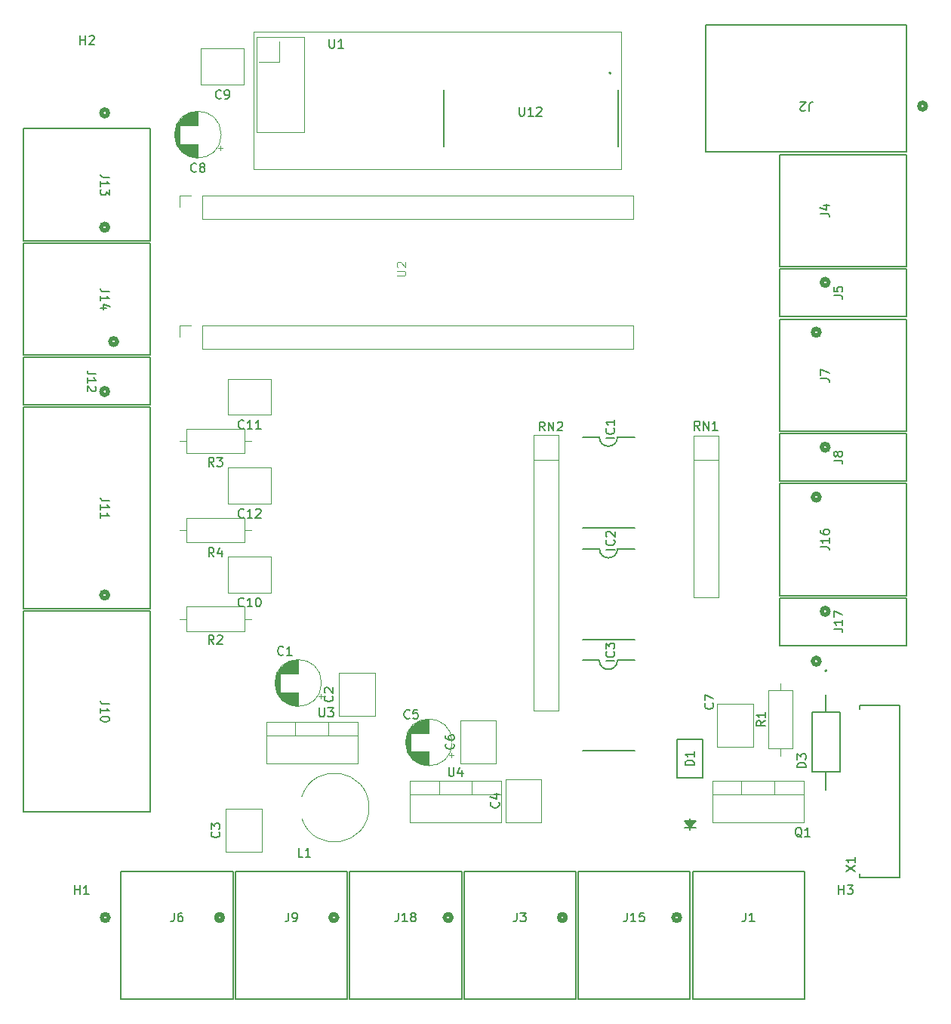
<source format=gbr>
%TF.GenerationSoftware,KiCad,Pcbnew,7.0.9*%
%TF.CreationDate,2024-04-29T14:45:23+03:00*%
%TF.ProjectId,kikad_project,6b696b61-645f-4707-926f-6a6563742e6b,rev?*%
%TF.SameCoordinates,Original*%
%TF.FileFunction,Legend,Top*%
%TF.FilePolarity,Positive*%
%FSLAX46Y46*%
G04 Gerber Fmt 4.6, Leading zero omitted, Abs format (unit mm)*
G04 Created by KiCad (PCBNEW 7.0.9) date 2024-04-29 14:45:23*
%MOMM*%
%LPD*%
G01*
G04 APERTURE LIST*
%ADD10C,0.150000*%
%ADD11C,0.100000*%
%ADD12C,0.120000*%
%ADD13C,0.152400*%
%ADD14C,0.508000*%
%ADD15C,0.127000*%
%ADD16C,0.200000*%
G04 APERTURE END LIST*
D10*
X25207142Y-55569580D02*
X25159523Y-55617200D01*
X25159523Y-55617200D02*
X25016666Y-55664819D01*
X25016666Y-55664819D02*
X24921428Y-55664819D01*
X24921428Y-55664819D02*
X24778571Y-55617200D01*
X24778571Y-55617200D02*
X24683333Y-55521961D01*
X24683333Y-55521961D02*
X24635714Y-55426723D01*
X24635714Y-55426723D02*
X24588095Y-55236247D01*
X24588095Y-55236247D02*
X24588095Y-55093390D01*
X24588095Y-55093390D02*
X24635714Y-54902914D01*
X24635714Y-54902914D02*
X24683333Y-54807676D01*
X24683333Y-54807676D02*
X24778571Y-54712438D01*
X24778571Y-54712438D02*
X24921428Y-54664819D01*
X24921428Y-54664819D02*
X25016666Y-54664819D01*
X25016666Y-54664819D02*
X25159523Y-54712438D01*
X25159523Y-54712438D02*
X25207142Y-54760057D01*
X26159523Y-55664819D02*
X25588095Y-55664819D01*
X25873809Y-55664819D02*
X25873809Y-54664819D01*
X25873809Y-54664819D02*
X25778571Y-54807676D01*
X25778571Y-54807676D02*
X25683333Y-54902914D01*
X25683333Y-54902914D02*
X25588095Y-54950533D01*
X26540476Y-54760057D02*
X26588095Y-54712438D01*
X26588095Y-54712438D02*
X26683333Y-54664819D01*
X26683333Y-54664819D02*
X26921428Y-54664819D01*
X26921428Y-54664819D02*
X27016666Y-54712438D01*
X27016666Y-54712438D02*
X27064285Y-54760057D01*
X27064285Y-54760057D02*
X27111904Y-54855295D01*
X27111904Y-54855295D02*
X27111904Y-54950533D01*
X27111904Y-54950533D02*
X27064285Y-55093390D01*
X27064285Y-55093390D02*
X26492857Y-55664819D01*
X26492857Y-55664819D02*
X27111904Y-55664819D01*
X25207142Y-45609580D02*
X25159523Y-45657200D01*
X25159523Y-45657200D02*
X25016666Y-45704819D01*
X25016666Y-45704819D02*
X24921428Y-45704819D01*
X24921428Y-45704819D02*
X24778571Y-45657200D01*
X24778571Y-45657200D02*
X24683333Y-45561961D01*
X24683333Y-45561961D02*
X24635714Y-45466723D01*
X24635714Y-45466723D02*
X24588095Y-45276247D01*
X24588095Y-45276247D02*
X24588095Y-45133390D01*
X24588095Y-45133390D02*
X24635714Y-44942914D01*
X24635714Y-44942914D02*
X24683333Y-44847676D01*
X24683333Y-44847676D02*
X24778571Y-44752438D01*
X24778571Y-44752438D02*
X24921428Y-44704819D01*
X24921428Y-44704819D02*
X25016666Y-44704819D01*
X25016666Y-44704819D02*
X25159523Y-44752438D01*
X25159523Y-44752438D02*
X25207142Y-44800057D01*
X26159523Y-45704819D02*
X25588095Y-45704819D01*
X25873809Y-45704819D02*
X25873809Y-44704819D01*
X25873809Y-44704819D02*
X25778571Y-44847676D01*
X25778571Y-44847676D02*
X25683333Y-44942914D01*
X25683333Y-44942914D02*
X25588095Y-44990533D01*
X27111904Y-45704819D02*
X26540476Y-45704819D01*
X26826190Y-45704819D02*
X26826190Y-44704819D01*
X26826190Y-44704819D02*
X26730952Y-44847676D01*
X26730952Y-44847676D02*
X26635714Y-44942914D01*
X26635714Y-44942914D02*
X26540476Y-44990533D01*
X25207142Y-65529580D02*
X25159523Y-65577200D01*
X25159523Y-65577200D02*
X25016666Y-65624819D01*
X25016666Y-65624819D02*
X24921428Y-65624819D01*
X24921428Y-65624819D02*
X24778571Y-65577200D01*
X24778571Y-65577200D02*
X24683333Y-65481961D01*
X24683333Y-65481961D02*
X24635714Y-65386723D01*
X24635714Y-65386723D02*
X24588095Y-65196247D01*
X24588095Y-65196247D02*
X24588095Y-65053390D01*
X24588095Y-65053390D02*
X24635714Y-64862914D01*
X24635714Y-64862914D02*
X24683333Y-64767676D01*
X24683333Y-64767676D02*
X24778571Y-64672438D01*
X24778571Y-64672438D02*
X24921428Y-64624819D01*
X24921428Y-64624819D02*
X25016666Y-64624819D01*
X25016666Y-64624819D02*
X25159523Y-64672438D01*
X25159523Y-64672438D02*
X25207142Y-64720057D01*
X26159523Y-65624819D02*
X25588095Y-65624819D01*
X25873809Y-65624819D02*
X25873809Y-64624819D01*
X25873809Y-64624819D02*
X25778571Y-64767676D01*
X25778571Y-64767676D02*
X25683333Y-64862914D01*
X25683333Y-64862914D02*
X25588095Y-64910533D01*
X26778571Y-64624819D02*
X26873809Y-64624819D01*
X26873809Y-64624819D02*
X26969047Y-64672438D01*
X26969047Y-64672438D02*
X27016666Y-64720057D01*
X27016666Y-64720057D02*
X27064285Y-64815295D01*
X27064285Y-64815295D02*
X27111904Y-65005771D01*
X27111904Y-65005771D02*
X27111904Y-65243866D01*
X27111904Y-65243866D02*
X27064285Y-65434342D01*
X27064285Y-65434342D02*
X27016666Y-65529580D01*
X27016666Y-65529580D02*
X26969047Y-65577200D01*
X26969047Y-65577200D02*
X26873809Y-65624819D01*
X26873809Y-65624819D02*
X26778571Y-65624819D01*
X26778571Y-65624819D02*
X26683333Y-65577200D01*
X26683333Y-65577200D02*
X26635714Y-65529580D01*
X26635714Y-65529580D02*
X26588095Y-65434342D01*
X26588095Y-65434342D02*
X26540476Y-65243866D01*
X26540476Y-65243866D02*
X26540476Y-65005771D01*
X26540476Y-65005771D02*
X26588095Y-64815295D01*
X26588095Y-64815295D02*
X26635714Y-64720057D01*
X26635714Y-64720057D02*
X26683333Y-64672438D01*
X26683333Y-64672438D02*
X26778571Y-64624819D01*
X22653333Y-8589580D02*
X22605714Y-8637200D01*
X22605714Y-8637200D02*
X22462857Y-8684819D01*
X22462857Y-8684819D02*
X22367619Y-8684819D01*
X22367619Y-8684819D02*
X22224762Y-8637200D01*
X22224762Y-8637200D02*
X22129524Y-8541961D01*
X22129524Y-8541961D02*
X22081905Y-8446723D01*
X22081905Y-8446723D02*
X22034286Y-8256247D01*
X22034286Y-8256247D02*
X22034286Y-8113390D01*
X22034286Y-8113390D02*
X22081905Y-7922914D01*
X22081905Y-7922914D02*
X22129524Y-7827676D01*
X22129524Y-7827676D02*
X22224762Y-7732438D01*
X22224762Y-7732438D02*
X22367619Y-7684819D01*
X22367619Y-7684819D02*
X22462857Y-7684819D01*
X22462857Y-7684819D02*
X22605714Y-7732438D01*
X22605714Y-7732438D02*
X22653333Y-7780057D01*
X23129524Y-8684819D02*
X23320000Y-8684819D01*
X23320000Y-8684819D02*
X23415238Y-8637200D01*
X23415238Y-8637200D02*
X23462857Y-8589580D01*
X23462857Y-8589580D02*
X23558095Y-8446723D01*
X23558095Y-8446723D02*
X23605714Y-8256247D01*
X23605714Y-8256247D02*
X23605714Y-7875295D01*
X23605714Y-7875295D02*
X23558095Y-7780057D01*
X23558095Y-7780057D02*
X23510476Y-7732438D01*
X23510476Y-7732438D02*
X23415238Y-7684819D01*
X23415238Y-7684819D02*
X23224762Y-7684819D01*
X23224762Y-7684819D02*
X23129524Y-7732438D01*
X23129524Y-7732438D02*
X23081905Y-7780057D01*
X23081905Y-7780057D02*
X23034286Y-7875295D01*
X23034286Y-7875295D02*
X23034286Y-8113390D01*
X23034286Y-8113390D02*
X23081905Y-8208628D01*
X23081905Y-8208628D02*
X23129524Y-8256247D01*
X23129524Y-8256247D02*
X23224762Y-8303866D01*
X23224762Y-8303866D02*
X23415238Y-8303866D01*
X23415238Y-8303866D02*
X23510476Y-8256247D01*
X23510476Y-8256247D02*
X23558095Y-8208628D01*
X23558095Y-8208628D02*
X23605714Y-8113390D01*
X77809580Y-76466666D02*
X77857200Y-76514285D01*
X77857200Y-76514285D02*
X77904819Y-76657142D01*
X77904819Y-76657142D02*
X77904819Y-76752380D01*
X77904819Y-76752380D02*
X77857200Y-76895237D01*
X77857200Y-76895237D02*
X77761961Y-76990475D01*
X77761961Y-76990475D02*
X77666723Y-77038094D01*
X77666723Y-77038094D02*
X77476247Y-77085713D01*
X77476247Y-77085713D02*
X77333390Y-77085713D01*
X77333390Y-77085713D02*
X77142914Y-77038094D01*
X77142914Y-77038094D02*
X77047676Y-76990475D01*
X77047676Y-76990475D02*
X76952438Y-76895237D01*
X76952438Y-76895237D02*
X76904819Y-76752380D01*
X76904819Y-76752380D02*
X76904819Y-76657142D01*
X76904819Y-76657142D02*
X76952438Y-76514285D01*
X76952438Y-76514285D02*
X77000057Y-76466666D01*
X76904819Y-76133332D02*
X76904819Y-75466666D01*
X76904819Y-75466666D02*
X77904819Y-75895237D01*
X48709580Y-80966666D02*
X48757200Y-81014285D01*
X48757200Y-81014285D02*
X48804819Y-81157142D01*
X48804819Y-81157142D02*
X48804819Y-81252380D01*
X48804819Y-81252380D02*
X48757200Y-81395237D01*
X48757200Y-81395237D02*
X48661961Y-81490475D01*
X48661961Y-81490475D02*
X48566723Y-81538094D01*
X48566723Y-81538094D02*
X48376247Y-81585713D01*
X48376247Y-81585713D02*
X48233390Y-81585713D01*
X48233390Y-81585713D02*
X48042914Y-81538094D01*
X48042914Y-81538094D02*
X47947676Y-81490475D01*
X47947676Y-81490475D02*
X47852438Y-81395237D01*
X47852438Y-81395237D02*
X47804819Y-81252380D01*
X47804819Y-81252380D02*
X47804819Y-81157142D01*
X47804819Y-81157142D02*
X47852438Y-81014285D01*
X47852438Y-81014285D02*
X47900057Y-80966666D01*
X47804819Y-80109523D02*
X47804819Y-80299999D01*
X47804819Y-80299999D02*
X47852438Y-80395237D01*
X47852438Y-80395237D02*
X47900057Y-80442856D01*
X47900057Y-80442856D02*
X48042914Y-80538094D01*
X48042914Y-80538094D02*
X48233390Y-80585713D01*
X48233390Y-80585713D02*
X48614342Y-80585713D01*
X48614342Y-80585713D02*
X48709580Y-80538094D01*
X48709580Y-80538094D02*
X48757200Y-80490475D01*
X48757200Y-80490475D02*
X48804819Y-80395237D01*
X48804819Y-80395237D02*
X48804819Y-80204761D01*
X48804819Y-80204761D02*
X48757200Y-80109523D01*
X48757200Y-80109523D02*
X48709580Y-80061904D01*
X48709580Y-80061904D02*
X48614342Y-80014285D01*
X48614342Y-80014285D02*
X48376247Y-80014285D01*
X48376247Y-80014285D02*
X48281009Y-80061904D01*
X48281009Y-80061904D02*
X48233390Y-80109523D01*
X48233390Y-80109523D02*
X48185771Y-80204761D01*
X48185771Y-80204761D02*
X48185771Y-80395237D01*
X48185771Y-80395237D02*
X48233390Y-80490475D01*
X48233390Y-80490475D02*
X48281009Y-80538094D01*
X48281009Y-80538094D02*
X48376247Y-80585713D01*
X53784693Y-87546666D02*
X53832313Y-87594285D01*
X53832313Y-87594285D02*
X53879932Y-87737142D01*
X53879932Y-87737142D02*
X53879932Y-87832380D01*
X53879932Y-87832380D02*
X53832313Y-87975237D01*
X53832313Y-87975237D02*
X53737074Y-88070475D01*
X53737074Y-88070475D02*
X53641836Y-88118094D01*
X53641836Y-88118094D02*
X53451360Y-88165713D01*
X53451360Y-88165713D02*
X53308503Y-88165713D01*
X53308503Y-88165713D02*
X53118027Y-88118094D01*
X53118027Y-88118094D02*
X53022789Y-88070475D01*
X53022789Y-88070475D02*
X52927551Y-87975237D01*
X52927551Y-87975237D02*
X52879932Y-87832380D01*
X52879932Y-87832380D02*
X52879932Y-87737142D01*
X52879932Y-87737142D02*
X52927551Y-87594285D01*
X52927551Y-87594285D02*
X52975170Y-87546666D01*
X53213265Y-86689523D02*
X53879932Y-86689523D01*
X52832313Y-86927618D02*
X53546598Y-87165713D01*
X53546598Y-87165713D02*
X53546598Y-86546666D01*
X22429580Y-90876666D02*
X22477200Y-90924285D01*
X22477200Y-90924285D02*
X22524819Y-91067142D01*
X22524819Y-91067142D02*
X22524819Y-91162380D01*
X22524819Y-91162380D02*
X22477200Y-91305237D01*
X22477200Y-91305237D02*
X22381961Y-91400475D01*
X22381961Y-91400475D02*
X22286723Y-91448094D01*
X22286723Y-91448094D02*
X22096247Y-91495713D01*
X22096247Y-91495713D02*
X21953390Y-91495713D01*
X21953390Y-91495713D02*
X21762914Y-91448094D01*
X21762914Y-91448094D02*
X21667676Y-91400475D01*
X21667676Y-91400475D02*
X21572438Y-91305237D01*
X21572438Y-91305237D02*
X21524819Y-91162380D01*
X21524819Y-91162380D02*
X21524819Y-91067142D01*
X21524819Y-91067142D02*
X21572438Y-90924285D01*
X21572438Y-90924285D02*
X21620057Y-90876666D01*
X21524819Y-90543332D02*
X21524819Y-89924285D01*
X21524819Y-89924285D02*
X21905771Y-90257618D01*
X21905771Y-90257618D02*
X21905771Y-90114761D01*
X21905771Y-90114761D02*
X21953390Y-90019523D01*
X21953390Y-90019523D02*
X22001009Y-89971904D01*
X22001009Y-89971904D02*
X22096247Y-89924285D01*
X22096247Y-89924285D02*
X22334342Y-89924285D01*
X22334342Y-89924285D02*
X22429580Y-89971904D01*
X22429580Y-89971904D02*
X22477200Y-90019523D01*
X22477200Y-90019523D02*
X22524819Y-90114761D01*
X22524819Y-90114761D02*
X22524819Y-90400475D01*
X22524819Y-90400475D02*
X22477200Y-90495713D01*
X22477200Y-90495713D02*
X22429580Y-90543332D01*
X35129580Y-75636666D02*
X35177200Y-75684285D01*
X35177200Y-75684285D02*
X35224819Y-75827142D01*
X35224819Y-75827142D02*
X35224819Y-75922380D01*
X35224819Y-75922380D02*
X35177200Y-76065237D01*
X35177200Y-76065237D02*
X35081961Y-76160475D01*
X35081961Y-76160475D02*
X34986723Y-76208094D01*
X34986723Y-76208094D02*
X34796247Y-76255713D01*
X34796247Y-76255713D02*
X34653390Y-76255713D01*
X34653390Y-76255713D02*
X34462914Y-76208094D01*
X34462914Y-76208094D02*
X34367676Y-76160475D01*
X34367676Y-76160475D02*
X34272438Y-76065237D01*
X34272438Y-76065237D02*
X34224819Y-75922380D01*
X34224819Y-75922380D02*
X34224819Y-75827142D01*
X34224819Y-75827142D02*
X34272438Y-75684285D01*
X34272438Y-75684285D02*
X34320057Y-75636666D01*
X34320057Y-75255713D02*
X34272438Y-75208094D01*
X34272438Y-75208094D02*
X34224819Y-75112856D01*
X34224819Y-75112856D02*
X34224819Y-74874761D01*
X34224819Y-74874761D02*
X34272438Y-74779523D01*
X34272438Y-74779523D02*
X34320057Y-74731904D01*
X34320057Y-74731904D02*
X34415295Y-74684285D01*
X34415295Y-74684285D02*
X34510533Y-74684285D01*
X34510533Y-74684285D02*
X34653390Y-74731904D01*
X34653390Y-74731904D02*
X35224819Y-75303332D01*
X35224819Y-75303332D02*
X35224819Y-74684285D01*
X42545376Y-99934820D02*
X42545376Y-100649105D01*
X42545376Y-100649105D02*
X42497757Y-100791962D01*
X42497757Y-100791962D02*
X42402519Y-100887201D01*
X42402519Y-100887201D02*
X42259662Y-100934820D01*
X42259662Y-100934820D02*
X42164424Y-100934820D01*
X43545376Y-100934820D02*
X42973948Y-100934820D01*
X43259662Y-100934820D02*
X43259662Y-99934820D01*
X43259662Y-99934820D02*
X43164424Y-100077677D01*
X43164424Y-100077677D02*
X43069186Y-100172915D01*
X43069186Y-100172915D02*
X42973948Y-100220534D01*
X44116805Y-100363391D02*
X44021567Y-100315772D01*
X44021567Y-100315772D02*
X43973948Y-100268153D01*
X43973948Y-100268153D02*
X43926329Y-100172915D01*
X43926329Y-100172915D02*
X43926329Y-100125296D01*
X43926329Y-100125296D02*
X43973948Y-100030058D01*
X43973948Y-100030058D02*
X44021567Y-99982439D01*
X44021567Y-99982439D02*
X44116805Y-99934820D01*
X44116805Y-99934820D02*
X44307281Y-99934820D01*
X44307281Y-99934820D02*
X44402519Y-99982439D01*
X44402519Y-99982439D02*
X44450138Y-100030058D01*
X44450138Y-100030058D02*
X44497757Y-100125296D01*
X44497757Y-100125296D02*
X44497757Y-100172915D01*
X44497757Y-100172915D02*
X44450138Y-100268153D01*
X44450138Y-100268153D02*
X44402519Y-100315772D01*
X44402519Y-100315772D02*
X44307281Y-100363391D01*
X44307281Y-100363391D02*
X44116805Y-100363391D01*
X44116805Y-100363391D02*
X44021567Y-100411010D01*
X44021567Y-100411010D02*
X43973948Y-100458629D01*
X43973948Y-100458629D02*
X43926329Y-100553867D01*
X43926329Y-100553867D02*
X43926329Y-100744343D01*
X43926329Y-100744343D02*
X43973948Y-100839581D01*
X43973948Y-100839581D02*
X44021567Y-100887201D01*
X44021567Y-100887201D02*
X44116805Y-100934820D01*
X44116805Y-100934820D02*
X44307281Y-100934820D01*
X44307281Y-100934820D02*
X44402519Y-100887201D01*
X44402519Y-100887201D02*
X44450138Y-100839581D01*
X44450138Y-100839581D02*
X44497757Y-100744343D01*
X44497757Y-100744343D02*
X44497757Y-100553867D01*
X44497757Y-100553867D02*
X44450138Y-100458629D01*
X44450138Y-100458629D02*
X44402519Y-100411010D01*
X44402519Y-100411010D02*
X44307281Y-100363391D01*
X89874820Y-40028434D02*
X90589105Y-40028434D01*
X90589105Y-40028434D02*
X90731962Y-40076053D01*
X90731962Y-40076053D02*
X90827201Y-40171291D01*
X90827201Y-40171291D02*
X90874820Y-40314148D01*
X90874820Y-40314148D02*
X90874820Y-40409386D01*
X89874820Y-39647481D02*
X89874820Y-38980815D01*
X89874820Y-38980815D02*
X90874820Y-39409386D01*
X75714819Y-83399594D02*
X74714819Y-83399594D01*
X74714819Y-83399594D02*
X74714819Y-83161499D01*
X74714819Y-83161499D02*
X74762438Y-83018642D01*
X74762438Y-83018642D02*
X74857676Y-82923404D01*
X74857676Y-82923404D02*
X74952914Y-82875785D01*
X74952914Y-82875785D02*
X75143390Y-82828166D01*
X75143390Y-82828166D02*
X75286247Y-82828166D01*
X75286247Y-82828166D02*
X75476723Y-82875785D01*
X75476723Y-82875785D02*
X75571961Y-82923404D01*
X75571961Y-82923404D02*
X75667200Y-83018642D01*
X75667200Y-83018642D02*
X75714819Y-83161499D01*
X75714819Y-83161499D02*
X75714819Y-83399594D01*
X75714819Y-81875785D02*
X75714819Y-82447213D01*
X75714819Y-82161499D02*
X74714819Y-82161499D01*
X74714819Y-82161499D02*
X74857676Y-82256737D01*
X74857676Y-82256737D02*
X74952914Y-82351975D01*
X74952914Y-82351975D02*
X75000533Y-82447213D01*
X10145180Y-53750476D02*
X9430895Y-53750476D01*
X9430895Y-53750476D02*
X9288038Y-53702857D01*
X9288038Y-53702857D02*
X9192800Y-53607619D01*
X9192800Y-53607619D02*
X9145180Y-53464762D01*
X9145180Y-53464762D02*
X9145180Y-53369524D01*
X9145180Y-54750476D02*
X9145180Y-54179048D01*
X9145180Y-54464762D02*
X10145180Y-54464762D01*
X10145180Y-54464762D02*
X10002323Y-54369524D01*
X10002323Y-54369524D02*
X9907085Y-54274286D01*
X9907085Y-54274286D02*
X9859466Y-54179048D01*
X9145180Y-55702857D02*
X9145180Y-55131429D01*
X9145180Y-55417143D02*
X10145180Y-55417143D01*
X10145180Y-55417143D02*
X10002323Y-55321905D01*
X10002323Y-55321905D02*
X9907085Y-55226667D01*
X9907085Y-55226667D02*
X9859466Y-55131429D01*
X48198095Y-83644819D02*
X48198095Y-84454342D01*
X48198095Y-84454342D02*
X48245714Y-84549580D01*
X48245714Y-84549580D02*
X48293333Y-84597200D01*
X48293333Y-84597200D02*
X48388571Y-84644819D01*
X48388571Y-84644819D02*
X48579047Y-84644819D01*
X48579047Y-84644819D02*
X48674285Y-84597200D01*
X48674285Y-84597200D02*
X48721904Y-84549580D01*
X48721904Y-84549580D02*
X48769523Y-84454342D01*
X48769523Y-84454342D02*
X48769523Y-83644819D01*
X49674285Y-83978152D02*
X49674285Y-84644819D01*
X49436190Y-83597200D02*
X49198095Y-84311485D01*
X49198095Y-84311485D02*
X49817142Y-84311485D01*
X89874820Y-58904624D02*
X90589105Y-58904624D01*
X90589105Y-58904624D02*
X90731962Y-58952243D01*
X90731962Y-58952243D02*
X90827201Y-59047481D01*
X90827201Y-59047481D02*
X90874820Y-59190338D01*
X90874820Y-59190338D02*
X90874820Y-59285576D01*
X90874820Y-57904624D02*
X90874820Y-58476052D01*
X90874820Y-58190338D02*
X89874820Y-58190338D01*
X89874820Y-58190338D02*
X90017677Y-58285576D01*
X90017677Y-58285576D02*
X90112915Y-58380814D01*
X90112915Y-58380814D02*
X90160534Y-58476052D01*
X89874820Y-57047481D02*
X89874820Y-57237957D01*
X89874820Y-57237957D02*
X89922439Y-57333195D01*
X89922439Y-57333195D02*
X89970058Y-57380814D01*
X89970058Y-57380814D02*
X90112915Y-57476052D01*
X90112915Y-57476052D02*
X90303391Y-57523671D01*
X90303391Y-57523671D02*
X90684343Y-57523671D01*
X90684343Y-57523671D02*
X90779581Y-57476052D01*
X90779581Y-57476052D02*
X90827201Y-57428433D01*
X90827201Y-57428433D02*
X90874820Y-57333195D01*
X90874820Y-57333195D02*
X90874820Y-57142719D01*
X90874820Y-57142719D02*
X90827201Y-57047481D01*
X90827201Y-57047481D02*
X90779581Y-56999862D01*
X90779581Y-56999862D02*
X90684343Y-56952243D01*
X90684343Y-56952243D02*
X90446248Y-56952243D01*
X90446248Y-56952243D02*
X90351010Y-56999862D01*
X90351010Y-56999862D02*
X90303391Y-57047481D01*
X90303391Y-57047481D02*
X90255772Y-57142719D01*
X90255772Y-57142719D02*
X90255772Y-57333195D01*
X90255772Y-57333195D02*
X90303391Y-57428433D01*
X90303391Y-57428433D02*
X90351010Y-57476052D01*
X90351010Y-57476052D02*
X90446248Y-57523671D01*
X88274819Y-83658094D02*
X87274819Y-83658094D01*
X87274819Y-83658094D02*
X87274819Y-83419999D01*
X87274819Y-83419999D02*
X87322438Y-83277142D01*
X87322438Y-83277142D02*
X87417676Y-83181904D01*
X87417676Y-83181904D02*
X87512914Y-83134285D01*
X87512914Y-83134285D02*
X87703390Y-83086666D01*
X87703390Y-83086666D02*
X87846247Y-83086666D01*
X87846247Y-83086666D02*
X88036723Y-83134285D01*
X88036723Y-83134285D02*
X88131961Y-83181904D01*
X88131961Y-83181904D02*
X88227200Y-83277142D01*
X88227200Y-83277142D02*
X88274819Y-83419999D01*
X88274819Y-83419999D02*
X88274819Y-83658094D01*
X87274819Y-82753332D02*
X87274819Y-82134285D01*
X87274819Y-82134285D02*
X87655771Y-82467618D01*
X87655771Y-82467618D02*
X87655771Y-82324761D01*
X87655771Y-82324761D02*
X87703390Y-82229523D01*
X87703390Y-82229523D02*
X87751009Y-82181904D01*
X87751009Y-82181904D02*
X87846247Y-82134285D01*
X87846247Y-82134285D02*
X88084342Y-82134285D01*
X88084342Y-82134285D02*
X88179580Y-82181904D01*
X88179580Y-82181904D02*
X88227200Y-82229523D01*
X88227200Y-82229523D02*
X88274819Y-82324761D01*
X88274819Y-82324761D02*
X88274819Y-82610475D01*
X88274819Y-82610475D02*
X88227200Y-82705713D01*
X88227200Y-82705713D02*
X88179580Y-82753332D01*
X91374819Y-49228433D02*
X92089104Y-49228433D01*
X92089104Y-49228433D02*
X92231961Y-49276052D01*
X92231961Y-49276052D02*
X92327200Y-49371290D01*
X92327200Y-49371290D02*
X92374819Y-49514147D01*
X92374819Y-49514147D02*
X92374819Y-49609385D01*
X91803390Y-48609385D02*
X91755771Y-48704623D01*
X91755771Y-48704623D02*
X91708152Y-48752242D01*
X91708152Y-48752242D02*
X91612914Y-48799861D01*
X91612914Y-48799861D02*
X91565295Y-48799861D01*
X91565295Y-48799861D02*
X91470057Y-48752242D01*
X91470057Y-48752242D02*
X91422438Y-48704623D01*
X91422438Y-48704623D02*
X91374819Y-48609385D01*
X91374819Y-48609385D02*
X91374819Y-48418909D01*
X91374819Y-48418909D02*
X91422438Y-48323671D01*
X91422438Y-48323671D02*
X91470057Y-48276052D01*
X91470057Y-48276052D02*
X91565295Y-48228433D01*
X91565295Y-48228433D02*
X91612914Y-48228433D01*
X91612914Y-48228433D02*
X91708152Y-48276052D01*
X91708152Y-48276052D02*
X91755771Y-48323671D01*
X91755771Y-48323671D02*
X91803390Y-48418909D01*
X91803390Y-48418909D02*
X91803390Y-48609385D01*
X91803390Y-48609385D02*
X91851009Y-48704623D01*
X91851009Y-48704623D02*
X91898628Y-48752242D01*
X91898628Y-48752242D02*
X91993866Y-48799861D01*
X91993866Y-48799861D02*
X92184342Y-48799861D01*
X92184342Y-48799861D02*
X92279580Y-48752242D01*
X92279580Y-48752242D02*
X92327200Y-48704623D01*
X92327200Y-48704623D02*
X92374819Y-48609385D01*
X92374819Y-48609385D02*
X92374819Y-48418909D01*
X92374819Y-48418909D02*
X92327200Y-48323671D01*
X92327200Y-48323671D02*
X92279580Y-48276052D01*
X92279580Y-48276052D02*
X92184342Y-48228433D01*
X92184342Y-48228433D02*
X91993866Y-48228433D01*
X91993866Y-48228433D02*
X91898628Y-48276052D01*
X91898628Y-48276052D02*
X91851009Y-48323671D01*
X91851009Y-48323671D02*
X91803390Y-48418909D01*
X66810491Y-46695707D02*
X65808184Y-46695707D01*
X66715034Y-45645671D02*
X66762763Y-45693400D01*
X66762763Y-45693400D02*
X66810491Y-45836587D01*
X66810491Y-45836587D02*
X66810491Y-45932045D01*
X66810491Y-45932045D02*
X66762763Y-46075231D01*
X66762763Y-46075231D02*
X66667305Y-46170689D01*
X66667305Y-46170689D02*
X66571847Y-46218418D01*
X66571847Y-46218418D02*
X66380931Y-46266147D01*
X66380931Y-46266147D02*
X66237745Y-46266147D01*
X66237745Y-46266147D02*
X66046829Y-46218418D01*
X66046829Y-46218418D02*
X65951371Y-46170689D01*
X65951371Y-46170689D02*
X65855913Y-46075231D01*
X65855913Y-46075231D02*
X65808184Y-45932045D01*
X65808184Y-45932045D02*
X65808184Y-45836587D01*
X65808184Y-45836587D02*
X65855913Y-45693400D01*
X65855913Y-45693400D02*
X65903642Y-45645671D01*
X66810491Y-44691093D02*
X66810491Y-45263840D01*
X66810491Y-44977466D02*
X65808184Y-44977466D01*
X65808184Y-44977466D02*
X65951371Y-45072924D01*
X65951371Y-45072924D02*
X66046829Y-45168382D01*
X66046829Y-45168382D02*
X66094558Y-45263840D01*
X10145180Y-76560476D02*
X9430895Y-76560476D01*
X9430895Y-76560476D02*
X9288038Y-76512857D01*
X9288038Y-76512857D02*
X9192800Y-76417619D01*
X9192800Y-76417619D02*
X9145180Y-76274762D01*
X9145180Y-76274762D02*
X9145180Y-76179524D01*
X9145180Y-77560476D02*
X9145180Y-76989048D01*
X9145180Y-77274762D02*
X10145180Y-77274762D01*
X10145180Y-77274762D02*
X10002323Y-77179524D01*
X10002323Y-77179524D02*
X9907085Y-77084286D01*
X9907085Y-77084286D02*
X9859466Y-76989048D01*
X10145180Y-78179524D02*
X10145180Y-78274762D01*
X10145180Y-78274762D02*
X10097561Y-78370000D01*
X10097561Y-78370000D02*
X10049942Y-78417619D01*
X10049942Y-78417619D02*
X9954704Y-78465238D01*
X9954704Y-78465238D02*
X9764228Y-78512857D01*
X9764228Y-78512857D02*
X9526133Y-78512857D01*
X9526133Y-78512857D02*
X9335657Y-78465238D01*
X9335657Y-78465238D02*
X9240419Y-78417619D01*
X9240419Y-78417619D02*
X9192800Y-78370000D01*
X9192800Y-78370000D02*
X9145180Y-78274762D01*
X9145180Y-78274762D02*
X9145180Y-78179524D01*
X9145180Y-78179524D02*
X9192800Y-78084286D01*
X9192800Y-78084286D02*
X9240419Y-78036667D01*
X9240419Y-78036667D02*
X9335657Y-77989048D01*
X9335657Y-77989048D02*
X9526133Y-77941429D01*
X9526133Y-77941429D02*
X9764228Y-77941429D01*
X9764228Y-77941429D02*
X9954704Y-77989048D01*
X9954704Y-77989048D02*
X10049942Y-78036667D01*
X10049942Y-78036667D02*
X10097561Y-78084286D01*
X10097561Y-78084286D02*
X10145180Y-78179524D01*
X58959523Y-45904819D02*
X58626190Y-45428628D01*
X58388095Y-45904819D02*
X58388095Y-44904819D01*
X58388095Y-44904819D02*
X58769047Y-44904819D01*
X58769047Y-44904819D02*
X58864285Y-44952438D01*
X58864285Y-44952438D02*
X58911904Y-45000057D01*
X58911904Y-45000057D02*
X58959523Y-45095295D01*
X58959523Y-45095295D02*
X58959523Y-45238152D01*
X58959523Y-45238152D02*
X58911904Y-45333390D01*
X58911904Y-45333390D02*
X58864285Y-45381009D01*
X58864285Y-45381009D02*
X58769047Y-45428628D01*
X58769047Y-45428628D02*
X58388095Y-45428628D01*
X59388095Y-45904819D02*
X59388095Y-44904819D01*
X59388095Y-44904819D02*
X59959523Y-45904819D01*
X59959523Y-45904819D02*
X59959523Y-44904819D01*
X60388095Y-45000057D02*
X60435714Y-44952438D01*
X60435714Y-44952438D02*
X60530952Y-44904819D01*
X60530952Y-44904819D02*
X60769047Y-44904819D01*
X60769047Y-44904819D02*
X60864285Y-44952438D01*
X60864285Y-44952438D02*
X60911904Y-45000057D01*
X60911904Y-45000057D02*
X60959523Y-45095295D01*
X60959523Y-45095295D02*
X60959523Y-45190533D01*
X60959523Y-45190533D02*
X60911904Y-45333390D01*
X60911904Y-45333390D02*
X60340476Y-45904819D01*
X60340476Y-45904819D02*
X60959523Y-45904819D01*
X17381566Y-99934820D02*
X17381566Y-100649105D01*
X17381566Y-100649105D02*
X17333947Y-100791962D01*
X17333947Y-100791962D02*
X17238709Y-100887201D01*
X17238709Y-100887201D02*
X17095852Y-100934820D01*
X17095852Y-100934820D02*
X17000614Y-100934820D01*
X18286328Y-99934820D02*
X18095852Y-99934820D01*
X18095852Y-99934820D02*
X18000614Y-99982439D01*
X18000614Y-99982439D02*
X17952995Y-100030058D01*
X17952995Y-100030058D02*
X17857757Y-100172915D01*
X17857757Y-100172915D02*
X17810138Y-100363391D01*
X17810138Y-100363391D02*
X17810138Y-100744343D01*
X17810138Y-100744343D02*
X17857757Y-100839581D01*
X17857757Y-100839581D02*
X17905376Y-100887201D01*
X17905376Y-100887201D02*
X18000614Y-100934820D01*
X18000614Y-100934820D02*
X18191090Y-100934820D01*
X18191090Y-100934820D02*
X18286328Y-100887201D01*
X18286328Y-100887201D02*
X18333947Y-100839581D01*
X18333947Y-100839581D02*
X18381566Y-100744343D01*
X18381566Y-100744343D02*
X18381566Y-100506248D01*
X18381566Y-100506248D02*
X18333947Y-100411010D01*
X18333947Y-100411010D02*
X18286328Y-100363391D01*
X18286328Y-100363391D02*
X18191090Y-100315772D01*
X18191090Y-100315772D02*
X18000614Y-100315772D01*
X18000614Y-100315772D02*
X17905376Y-100363391D01*
X17905376Y-100363391D02*
X17857757Y-100411010D01*
X17857757Y-100411010D02*
X17810138Y-100506248D01*
X88623333Y-10055180D02*
X88623333Y-9340895D01*
X88623333Y-9340895D02*
X88670952Y-9198038D01*
X88670952Y-9198038D02*
X88766190Y-9102800D01*
X88766190Y-9102800D02*
X88909047Y-9055180D01*
X88909047Y-9055180D02*
X89004285Y-9055180D01*
X88194761Y-9959942D02*
X88147142Y-10007561D01*
X88147142Y-10007561D02*
X88051904Y-10055180D01*
X88051904Y-10055180D02*
X87813809Y-10055180D01*
X87813809Y-10055180D02*
X87718571Y-10007561D01*
X87718571Y-10007561D02*
X87670952Y-9959942D01*
X87670952Y-9959942D02*
X87623333Y-9864704D01*
X87623333Y-9864704D02*
X87623333Y-9769466D01*
X87623333Y-9769466D02*
X87670952Y-9626609D01*
X87670952Y-9626609D02*
X88242380Y-9055180D01*
X88242380Y-9055180D02*
X87623333Y-9055180D01*
X10145180Y-30330476D02*
X9430895Y-30330476D01*
X9430895Y-30330476D02*
X9288038Y-30282857D01*
X9288038Y-30282857D02*
X9192800Y-30187619D01*
X9192800Y-30187619D02*
X9145180Y-30044762D01*
X9145180Y-30044762D02*
X9145180Y-29949524D01*
X9145180Y-31330476D02*
X9145180Y-30759048D01*
X9145180Y-31044762D02*
X10145180Y-31044762D01*
X10145180Y-31044762D02*
X10002323Y-30949524D01*
X10002323Y-30949524D02*
X9907085Y-30854286D01*
X9907085Y-30854286D02*
X9859466Y-30759048D01*
X9811847Y-32187619D02*
X9145180Y-32187619D01*
X10192800Y-31949524D02*
X9478514Y-31711429D01*
X9478514Y-31711429D02*
X9478514Y-32330476D01*
X6858095Y-2604819D02*
X6858095Y-1604819D01*
X6858095Y-2081009D02*
X7429523Y-2081009D01*
X7429523Y-2604819D02*
X7429523Y-1604819D01*
X7858095Y-1700057D02*
X7905714Y-1652438D01*
X7905714Y-1652438D02*
X8000952Y-1604819D01*
X8000952Y-1604819D02*
X8239047Y-1604819D01*
X8239047Y-1604819D02*
X8334285Y-1652438D01*
X8334285Y-1652438D02*
X8381904Y-1700057D01*
X8381904Y-1700057D02*
X8429523Y-1795295D01*
X8429523Y-1795295D02*
X8429523Y-1890533D01*
X8429523Y-1890533D02*
X8381904Y-2033390D01*
X8381904Y-2033390D02*
X7810476Y-2604819D01*
X7810476Y-2604819D02*
X8429523Y-2604819D01*
X31833333Y-93674819D02*
X31357143Y-93674819D01*
X31357143Y-93674819D02*
X31357143Y-92674819D01*
X32690476Y-93674819D02*
X32119048Y-93674819D01*
X32404762Y-93674819D02*
X32404762Y-92674819D01*
X32404762Y-92674819D02*
X32309524Y-92817676D01*
X32309524Y-92817676D02*
X32214286Y-92912914D01*
X32214286Y-92912914D02*
X32119048Y-92960533D01*
X33678095Y-76964819D02*
X33678095Y-77774342D01*
X33678095Y-77774342D02*
X33725714Y-77869580D01*
X33725714Y-77869580D02*
X33773333Y-77917200D01*
X33773333Y-77917200D02*
X33868571Y-77964819D01*
X33868571Y-77964819D02*
X34059047Y-77964819D01*
X34059047Y-77964819D02*
X34154285Y-77917200D01*
X34154285Y-77917200D02*
X34201904Y-77869580D01*
X34201904Y-77869580D02*
X34249523Y-77774342D01*
X34249523Y-77774342D02*
X34249523Y-76964819D01*
X34630476Y-76964819D02*
X35249523Y-76964819D01*
X35249523Y-76964819D02*
X34916190Y-77345771D01*
X34916190Y-77345771D02*
X35059047Y-77345771D01*
X35059047Y-77345771D02*
X35154285Y-77393390D01*
X35154285Y-77393390D02*
X35201904Y-77441009D01*
X35201904Y-77441009D02*
X35249523Y-77536247D01*
X35249523Y-77536247D02*
X35249523Y-77774342D01*
X35249523Y-77774342D02*
X35201904Y-77869580D01*
X35201904Y-77869580D02*
X35154285Y-77917200D01*
X35154285Y-77917200D02*
X35059047Y-77964819D01*
X35059047Y-77964819D02*
X34773333Y-77964819D01*
X34773333Y-77964819D02*
X34678095Y-77917200D01*
X34678095Y-77917200D02*
X34630476Y-77869580D01*
X21853333Y-49904819D02*
X21520000Y-49428628D01*
X21281905Y-49904819D02*
X21281905Y-48904819D01*
X21281905Y-48904819D02*
X21662857Y-48904819D01*
X21662857Y-48904819D02*
X21758095Y-48952438D01*
X21758095Y-48952438D02*
X21805714Y-49000057D01*
X21805714Y-49000057D02*
X21853333Y-49095295D01*
X21853333Y-49095295D02*
X21853333Y-49238152D01*
X21853333Y-49238152D02*
X21805714Y-49333390D01*
X21805714Y-49333390D02*
X21758095Y-49381009D01*
X21758095Y-49381009D02*
X21662857Y-49428628D01*
X21662857Y-49428628D02*
X21281905Y-49428628D01*
X22186667Y-48904819D02*
X22805714Y-48904819D01*
X22805714Y-48904819D02*
X22472381Y-49285771D01*
X22472381Y-49285771D02*
X22615238Y-49285771D01*
X22615238Y-49285771D02*
X22710476Y-49333390D01*
X22710476Y-49333390D02*
X22758095Y-49381009D01*
X22758095Y-49381009D02*
X22805714Y-49476247D01*
X22805714Y-49476247D02*
X22805714Y-49714342D01*
X22805714Y-49714342D02*
X22758095Y-49809580D01*
X22758095Y-49809580D02*
X22710476Y-49857200D01*
X22710476Y-49857200D02*
X22615238Y-49904819D01*
X22615238Y-49904819D02*
X22329524Y-49904819D01*
X22329524Y-49904819D02*
X22234286Y-49857200D01*
X22234286Y-49857200D02*
X22186667Y-49809580D01*
X91374819Y-68109523D02*
X92089104Y-68109523D01*
X92089104Y-68109523D02*
X92231961Y-68157142D01*
X92231961Y-68157142D02*
X92327200Y-68252380D01*
X92327200Y-68252380D02*
X92374819Y-68395237D01*
X92374819Y-68395237D02*
X92374819Y-68490475D01*
X92374819Y-67109523D02*
X92374819Y-67680951D01*
X92374819Y-67395237D02*
X91374819Y-67395237D01*
X91374819Y-67395237D02*
X91517676Y-67490475D01*
X91517676Y-67490475D02*
X91612914Y-67585713D01*
X91612914Y-67585713D02*
X91660533Y-67680951D01*
X91374819Y-66776189D02*
X91374819Y-66109523D01*
X91374819Y-66109523D02*
X92374819Y-66538094D01*
X66820491Y-59205707D02*
X65818184Y-59205707D01*
X66725034Y-58155671D02*
X66772763Y-58203400D01*
X66772763Y-58203400D02*
X66820491Y-58346587D01*
X66820491Y-58346587D02*
X66820491Y-58442045D01*
X66820491Y-58442045D02*
X66772763Y-58585231D01*
X66772763Y-58585231D02*
X66677305Y-58680689D01*
X66677305Y-58680689D02*
X66581847Y-58728418D01*
X66581847Y-58728418D02*
X66390931Y-58776147D01*
X66390931Y-58776147D02*
X66247745Y-58776147D01*
X66247745Y-58776147D02*
X66056829Y-58728418D01*
X66056829Y-58728418D02*
X65961371Y-58680689D01*
X65961371Y-58680689D02*
X65865913Y-58585231D01*
X65865913Y-58585231D02*
X65818184Y-58442045D01*
X65818184Y-58442045D02*
X65818184Y-58346587D01*
X65818184Y-58346587D02*
X65865913Y-58203400D01*
X65865913Y-58203400D02*
X65913642Y-58155671D01*
X65913642Y-57773840D02*
X65865913Y-57726111D01*
X65865913Y-57726111D02*
X65818184Y-57630653D01*
X65818184Y-57630653D02*
X65818184Y-57392009D01*
X65818184Y-57392009D02*
X65865913Y-57296551D01*
X65865913Y-57296551D02*
X65913642Y-57248822D01*
X65913642Y-57248822D02*
X66009100Y-57201093D01*
X66009100Y-57201093D02*
X66104558Y-57201093D01*
X66104558Y-57201093D02*
X66247745Y-57248822D01*
X66247745Y-57248822D02*
X66820491Y-57821569D01*
X66820491Y-57821569D02*
X66820491Y-57201093D01*
X81491566Y-99934820D02*
X81491566Y-100649105D01*
X81491566Y-100649105D02*
X81443947Y-100791962D01*
X81443947Y-100791962D02*
X81348709Y-100887201D01*
X81348709Y-100887201D02*
X81205852Y-100934820D01*
X81205852Y-100934820D02*
X81110614Y-100934820D01*
X82491566Y-100934820D02*
X81920138Y-100934820D01*
X82205852Y-100934820D02*
X82205852Y-99934820D01*
X82205852Y-99934820D02*
X82110614Y-100077677D01*
X82110614Y-100077677D02*
X82015376Y-100172915D01*
X82015376Y-100172915D02*
X81920138Y-100220534D01*
X55851566Y-99934820D02*
X55851566Y-100649105D01*
X55851566Y-100649105D02*
X55803947Y-100791962D01*
X55803947Y-100791962D02*
X55708709Y-100887201D01*
X55708709Y-100887201D02*
X55565852Y-100934820D01*
X55565852Y-100934820D02*
X55470614Y-100934820D01*
X56232519Y-99934820D02*
X56851566Y-99934820D01*
X56851566Y-99934820D02*
X56518233Y-100315772D01*
X56518233Y-100315772D02*
X56661090Y-100315772D01*
X56661090Y-100315772D02*
X56756328Y-100363391D01*
X56756328Y-100363391D02*
X56803947Y-100411010D01*
X56803947Y-100411010D02*
X56851566Y-100506248D01*
X56851566Y-100506248D02*
X56851566Y-100744343D01*
X56851566Y-100744343D02*
X56803947Y-100839581D01*
X56803947Y-100839581D02*
X56756328Y-100887201D01*
X56756328Y-100887201D02*
X56661090Y-100934820D01*
X56661090Y-100934820D02*
X56375376Y-100934820D01*
X56375376Y-100934820D02*
X56280138Y-100887201D01*
X56280138Y-100887201D02*
X56232519Y-100839581D01*
X29633333Y-70979580D02*
X29585714Y-71027200D01*
X29585714Y-71027200D02*
X29442857Y-71074819D01*
X29442857Y-71074819D02*
X29347619Y-71074819D01*
X29347619Y-71074819D02*
X29204762Y-71027200D01*
X29204762Y-71027200D02*
X29109524Y-70931961D01*
X29109524Y-70931961D02*
X29061905Y-70836723D01*
X29061905Y-70836723D02*
X29014286Y-70646247D01*
X29014286Y-70646247D02*
X29014286Y-70503390D01*
X29014286Y-70503390D02*
X29061905Y-70312914D01*
X29061905Y-70312914D02*
X29109524Y-70217676D01*
X29109524Y-70217676D02*
X29204762Y-70122438D01*
X29204762Y-70122438D02*
X29347619Y-70074819D01*
X29347619Y-70074819D02*
X29442857Y-70074819D01*
X29442857Y-70074819D02*
X29585714Y-70122438D01*
X29585714Y-70122438D02*
X29633333Y-70170057D01*
X30585714Y-71074819D02*
X30014286Y-71074819D01*
X30300000Y-71074819D02*
X30300000Y-70074819D01*
X30300000Y-70074819D02*
X30204762Y-70217676D01*
X30204762Y-70217676D02*
X30109524Y-70312914D01*
X30109524Y-70312914D02*
X30014286Y-70360533D01*
X6238095Y-97854819D02*
X6238095Y-96854819D01*
X6238095Y-97331009D02*
X6809523Y-97331009D01*
X6809523Y-97854819D02*
X6809523Y-96854819D01*
X7809523Y-97854819D02*
X7238095Y-97854819D01*
X7523809Y-97854819D02*
X7523809Y-96854819D01*
X7523809Y-96854819D02*
X7428571Y-96997676D01*
X7428571Y-96997676D02*
X7333333Y-97092914D01*
X7333333Y-97092914D02*
X7238095Y-97140533D01*
X68185376Y-99934820D02*
X68185376Y-100649105D01*
X68185376Y-100649105D02*
X68137757Y-100791962D01*
X68137757Y-100791962D02*
X68042519Y-100887201D01*
X68042519Y-100887201D02*
X67899662Y-100934820D01*
X67899662Y-100934820D02*
X67804424Y-100934820D01*
X69185376Y-100934820D02*
X68613948Y-100934820D01*
X68899662Y-100934820D02*
X68899662Y-99934820D01*
X68899662Y-99934820D02*
X68804424Y-100077677D01*
X68804424Y-100077677D02*
X68709186Y-100172915D01*
X68709186Y-100172915D02*
X68613948Y-100220534D01*
X70090138Y-99934820D02*
X69613948Y-99934820D01*
X69613948Y-99934820D02*
X69566329Y-100411010D01*
X69566329Y-100411010D02*
X69613948Y-100363391D01*
X69613948Y-100363391D02*
X69709186Y-100315772D01*
X69709186Y-100315772D02*
X69947281Y-100315772D01*
X69947281Y-100315772D02*
X70042519Y-100363391D01*
X70042519Y-100363391D02*
X70090138Y-100411010D01*
X70090138Y-100411010D02*
X70137757Y-100506248D01*
X70137757Y-100506248D02*
X70137757Y-100744343D01*
X70137757Y-100744343D02*
X70090138Y-100839581D01*
X70090138Y-100839581D02*
X70042519Y-100887201D01*
X70042519Y-100887201D02*
X69947281Y-100934820D01*
X69947281Y-100934820D02*
X69709186Y-100934820D01*
X69709186Y-100934820D02*
X69613948Y-100887201D01*
X69613948Y-100887201D02*
X69566329Y-100839581D01*
X83704819Y-78416666D02*
X83228628Y-78749999D01*
X83704819Y-78988094D02*
X82704819Y-78988094D01*
X82704819Y-78988094D02*
X82704819Y-78607142D01*
X82704819Y-78607142D02*
X82752438Y-78511904D01*
X82752438Y-78511904D02*
X82800057Y-78464285D01*
X82800057Y-78464285D02*
X82895295Y-78416666D01*
X82895295Y-78416666D02*
X83038152Y-78416666D01*
X83038152Y-78416666D02*
X83133390Y-78464285D01*
X83133390Y-78464285D02*
X83181009Y-78511904D01*
X83181009Y-78511904D02*
X83228628Y-78607142D01*
X83228628Y-78607142D02*
X83228628Y-78988094D01*
X83704819Y-77464285D02*
X83704819Y-78035713D01*
X83704819Y-77749999D02*
X82704819Y-77749999D01*
X82704819Y-77749999D02*
X82847676Y-77845237D01*
X82847676Y-77845237D02*
X82942914Y-77940475D01*
X82942914Y-77940475D02*
X82990533Y-78035713D01*
X87814761Y-91480057D02*
X87719523Y-91432438D01*
X87719523Y-91432438D02*
X87624285Y-91337200D01*
X87624285Y-91337200D02*
X87481428Y-91194342D01*
X87481428Y-91194342D02*
X87386190Y-91146723D01*
X87386190Y-91146723D02*
X87290952Y-91146723D01*
X87338571Y-91384819D02*
X87243333Y-91337200D01*
X87243333Y-91337200D02*
X87148095Y-91241961D01*
X87148095Y-91241961D02*
X87100476Y-91051485D01*
X87100476Y-91051485D02*
X87100476Y-90718152D01*
X87100476Y-90718152D02*
X87148095Y-90527676D01*
X87148095Y-90527676D02*
X87243333Y-90432438D01*
X87243333Y-90432438D02*
X87338571Y-90384819D01*
X87338571Y-90384819D02*
X87529047Y-90384819D01*
X87529047Y-90384819D02*
X87624285Y-90432438D01*
X87624285Y-90432438D02*
X87719523Y-90527676D01*
X87719523Y-90527676D02*
X87767142Y-90718152D01*
X87767142Y-90718152D02*
X87767142Y-91051485D01*
X87767142Y-91051485D02*
X87719523Y-91241961D01*
X87719523Y-91241961D02*
X87624285Y-91337200D01*
X87624285Y-91337200D02*
X87529047Y-91384819D01*
X87529047Y-91384819D02*
X87338571Y-91384819D01*
X88719523Y-91384819D02*
X88148095Y-91384819D01*
X88433809Y-91384819D02*
X88433809Y-90384819D01*
X88433809Y-90384819D02*
X88338571Y-90527676D01*
X88338571Y-90527676D02*
X88243333Y-90622914D01*
X88243333Y-90622914D02*
X88148095Y-90670533D01*
X89874820Y-21538434D02*
X90589105Y-21538434D01*
X90589105Y-21538434D02*
X90731962Y-21586053D01*
X90731962Y-21586053D02*
X90827201Y-21681291D01*
X90827201Y-21681291D02*
X90874820Y-21824148D01*
X90874820Y-21824148D02*
X90874820Y-21919386D01*
X90208153Y-20633672D02*
X90874820Y-20633672D01*
X89827201Y-20871767D02*
X90541486Y-21109862D01*
X90541486Y-21109862D02*
X90541486Y-20490815D01*
X43813333Y-78089580D02*
X43765714Y-78137200D01*
X43765714Y-78137200D02*
X43622857Y-78184819D01*
X43622857Y-78184819D02*
X43527619Y-78184819D01*
X43527619Y-78184819D02*
X43384762Y-78137200D01*
X43384762Y-78137200D02*
X43289524Y-78041961D01*
X43289524Y-78041961D02*
X43241905Y-77946723D01*
X43241905Y-77946723D02*
X43194286Y-77756247D01*
X43194286Y-77756247D02*
X43194286Y-77613390D01*
X43194286Y-77613390D02*
X43241905Y-77422914D01*
X43241905Y-77422914D02*
X43289524Y-77327676D01*
X43289524Y-77327676D02*
X43384762Y-77232438D01*
X43384762Y-77232438D02*
X43527619Y-77184819D01*
X43527619Y-77184819D02*
X43622857Y-77184819D01*
X43622857Y-77184819D02*
X43765714Y-77232438D01*
X43765714Y-77232438D02*
X43813333Y-77280057D01*
X44718095Y-77184819D02*
X44241905Y-77184819D01*
X44241905Y-77184819D02*
X44194286Y-77661009D01*
X44194286Y-77661009D02*
X44241905Y-77613390D01*
X44241905Y-77613390D02*
X44337143Y-77565771D01*
X44337143Y-77565771D02*
X44575238Y-77565771D01*
X44575238Y-77565771D02*
X44670476Y-77613390D01*
X44670476Y-77613390D02*
X44718095Y-77661009D01*
X44718095Y-77661009D02*
X44765714Y-77756247D01*
X44765714Y-77756247D02*
X44765714Y-77994342D01*
X44765714Y-77994342D02*
X44718095Y-78089580D01*
X44718095Y-78089580D02*
X44670476Y-78137200D01*
X44670476Y-78137200D02*
X44575238Y-78184819D01*
X44575238Y-78184819D02*
X44337143Y-78184819D01*
X44337143Y-78184819D02*
X44241905Y-78137200D01*
X44241905Y-78137200D02*
X44194286Y-78089580D01*
X19883333Y-16809580D02*
X19835714Y-16857200D01*
X19835714Y-16857200D02*
X19692857Y-16904819D01*
X19692857Y-16904819D02*
X19597619Y-16904819D01*
X19597619Y-16904819D02*
X19454762Y-16857200D01*
X19454762Y-16857200D02*
X19359524Y-16761961D01*
X19359524Y-16761961D02*
X19311905Y-16666723D01*
X19311905Y-16666723D02*
X19264286Y-16476247D01*
X19264286Y-16476247D02*
X19264286Y-16333390D01*
X19264286Y-16333390D02*
X19311905Y-16142914D01*
X19311905Y-16142914D02*
X19359524Y-16047676D01*
X19359524Y-16047676D02*
X19454762Y-15952438D01*
X19454762Y-15952438D02*
X19597619Y-15904819D01*
X19597619Y-15904819D02*
X19692857Y-15904819D01*
X19692857Y-15904819D02*
X19835714Y-15952438D01*
X19835714Y-15952438D02*
X19883333Y-16000057D01*
X20454762Y-16333390D02*
X20359524Y-16285771D01*
X20359524Y-16285771D02*
X20311905Y-16238152D01*
X20311905Y-16238152D02*
X20264286Y-16142914D01*
X20264286Y-16142914D02*
X20264286Y-16095295D01*
X20264286Y-16095295D02*
X20311905Y-16000057D01*
X20311905Y-16000057D02*
X20359524Y-15952438D01*
X20359524Y-15952438D02*
X20454762Y-15904819D01*
X20454762Y-15904819D02*
X20645238Y-15904819D01*
X20645238Y-15904819D02*
X20740476Y-15952438D01*
X20740476Y-15952438D02*
X20788095Y-16000057D01*
X20788095Y-16000057D02*
X20835714Y-16095295D01*
X20835714Y-16095295D02*
X20835714Y-16142914D01*
X20835714Y-16142914D02*
X20788095Y-16238152D01*
X20788095Y-16238152D02*
X20740476Y-16285771D01*
X20740476Y-16285771D02*
X20645238Y-16333390D01*
X20645238Y-16333390D02*
X20454762Y-16333390D01*
X20454762Y-16333390D02*
X20359524Y-16381009D01*
X20359524Y-16381009D02*
X20311905Y-16428628D01*
X20311905Y-16428628D02*
X20264286Y-16523866D01*
X20264286Y-16523866D02*
X20264286Y-16714342D01*
X20264286Y-16714342D02*
X20311905Y-16809580D01*
X20311905Y-16809580D02*
X20359524Y-16857200D01*
X20359524Y-16857200D02*
X20454762Y-16904819D01*
X20454762Y-16904819D02*
X20645238Y-16904819D01*
X20645238Y-16904819D02*
X20740476Y-16857200D01*
X20740476Y-16857200D02*
X20788095Y-16809580D01*
X20788095Y-16809580D02*
X20835714Y-16714342D01*
X20835714Y-16714342D02*
X20835714Y-16523866D01*
X20835714Y-16523866D02*
X20788095Y-16428628D01*
X20788095Y-16428628D02*
X20740476Y-16381009D01*
X20740476Y-16381009D02*
X20645238Y-16333390D01*
X91948095Y-97854819D02*
X91948095Y-96854819D01*
X91948095Y-97331009D02*
X92519523Y-97331009D01*
X92519523Y-97854819D02*
X92519523Y-96854819D01*
X92900476Y-96854819D02*
X93519523Y-96854819D01*
X93519523Y-96854819D02*
X93186190Y-97235771D01*
X93186190Y-97235771D02*
X93329047Y-97235771D01*
X93329047Y-97235771D02*
X93424285Y-97283390D01*
X93424285Y-97283390D02*
X93471904Y-97331009D01*
X93471904Y-97331009D02*
X93519523Y-97426247D01*
X93519523Y-97426247D02*
X93519523Y-97664342D01*
X93519523Y-97664342D02*
X93471904Y-97759580D01*
X93471904Y-97759580D02*
X93424285Y-97807200D01*
X93424285Y-97807200D02*
X93329047Y-97854819D01*
X93329047Y-97854819D02*
X93043333Y-97854819D01*
X93043333Y-97854819D02*
X92948095Y-97807200D01*
X92948095Y-97807200D02*
X92900476Y-97759580D01*
X8645181Y-39540476D02*
X7930896Y-39540476D01*
X7930896Y-39540476D02*
X7788039Y-39492857D01*
X7788039Y-39492857D02*
X7692801Y-39397619D01*
X7692801Y-39397619D02*
X7645181Y-39254762D01*
X7645181Y-39254762D02*
X7645181Y-39159524D01*
X7645181Y-40540476D02*
X7645181Y-39969048D01*
X7645181Y-40254762D02*
X8645181Y-40254762D01*
X8645181Y-40254762D02*
X8502324Y-40159524D01*
X8502324Y-40159524D02*
X8407086Y-40064286D01*
X8407086Y-40064286D02*
X8359467Y-39969048D01*
X8549943Y-40921429D02*
X8597562Y-40969048D01*
X8597562Y-40969048D02*
X8645181Y-41064286D01*
X8645181Y-41064286D02*
X8645181Y-41302381D01*
X8645181Y-41302381D02*
X8597562Y-41397619D01*
X8597562Y-41397619D02*
X8549943Y-41445238D01*
X8549943Y-41445238D02*
X8454705Y-41492857D01*
X8454705Y-41492857D02*
X8359467Y-41492857D01*
X8359467Y-41492857D02*
X8216610Y-41445238D01*
X8216610Y-41445238D02*
X7645181Y-40873810D01*
X7645181Y-40873810D02*
X7645181Y-41492857D01*
X30211566Y-99934820D02*
X30211566Y-100649105D01*
X30211566Y-100649105D02*
X30163947Y-100791962D01*
X30163947Y-100791962D02*
X30068709Y-100887201D01*
X30068709Y-100887201D02*
X29925852Y-100934820D01*
X29925852Y-100934820D02*
X29830614Y-100934820D01*
X30735376Y-100934820D02*
X30925852Y-100934820D01*
X30925852Y-100934820D02*
X31021090Y-100887201D01*
X31021090Y-100887201D02*
X31068709Y-100839581D01*
X31068709Y-100839581D02*
X31163947Y-100696724D01*
X31163947Y-100696724D02*
X31211566Y-100506248D01*
X31211566Y-100506248D02*
X31211566Y-100125296D01*
X31211566Y-100125296D02*
X31163947Y-100030058D01*
X31163947Y-100030058D02*
X31116328Y-99982439D01*
X31116328Y-99982439D02*
X31021090Y-99934820D01*
X31021090Y-99934820D02*
X30830614Y-99934820D01*
X30830614Y-99934820D02*
X30735376Y-99982439D01*
X30735376Y-99982439D02*
X30687757Y-100030058D01*
X30687757Y-100030058D02*
X30640138Y-100125296D01*
X30640138Y-100125296D02*
X30640138Y-100363391D01*
X30640138Y-100363391D02*
X30687757Y-100458629D01*
X30687757Y-100458629D02*
X30735376Y-100506248D01*
X30735376Y-100506248D02*
X30830614Y-100553867D01*
X30830614Y-100553867D02*
X31021090Y-100553867D01*
X31021090Y-100553867D02*
X31116328Y-100506248D01*
X31116328Y-100506248D02*
X31163947Y-100458629D01*
X31163947Y-100458629D02*
X31211566Y-100363391D01*
X92774819Y-95309523D02*
X93774819Y-94642857D01*
X92774819Y-94642857D02*
X93774819Y-95309523D01*
X93774819Y-93738095D02*
X93774819Y-94309523D01*
X93774819Y-94023809D02*
X92774819Y-94023809D01*
X92774819Y-94023809D02*
X92917676Y-94119047D01*
X92917676Y-94119047D02*
X93012914Y-94214285D01*
X93012914Y-94214285D02*
X93060533Y-94309523D01*
X56105905Y-9614819D02*
X56105905Y-10424342D01*
X56105905Y-10424342D02*
X56153524Y-10519580D01*
X56153524Y-10519580D02*
X56201143Y-10567200D01*
X56201143Y-10567200D02*
X56296381Y-10614819D01*
X56296381Y-10614819D02*
X56486857Y-10614819D01*
X56486857Y-10614819D02*
X56582095Y-10567200D01*
X56582095Y-10567200D02*
X56629714Y-10519580D01*
X56629714Y-10519580D02*
X56677333Y-10424342D01*
X56677333Y-10424342D02*
X56677333Y-9614819D01*
X57677333Y-10614819D02*
X57105905Y-10614819D01*
X57391619Y-10614819D02*
X57391619Y-9614819D01*
X57391619Y-9614819D02*
X57296381Y-9757676D01*
X57296381Y-9757676D02*
X57201143Y-9852914D01*
X57201143Y-9852914D02*
X57105905Y-9900533D01*
X58058286Y-9710057D02*
X58105905Y-9662438D01*
X58105905Y-9662438D02*
X58201143Y-9614819D01*
X58201143Y-9614819D02*
X58439238Y-9614819D01*
X58439238Y-9614819D02*
X58534476Y-9662438D01*
X58534476Y-9662438D02*
X58582095Y-9710057D01*
X58582095Y-9710057D02*
X58629714Y-9805295D01*
X58629714Y-9805295D02*
X58629714Y-9900533D01*
X58629714Y-9900533D02*
X58582095Y-10043390D01*
X58582095Y-10043390D02*
X58010667Y-10614819D01*
X58010667Y-10614819D02*
X58629714Y-10614819D01*
X91374819Y-30743332D02*
X92089104Y-30743332D01*
X92089104Y-30743332D02*
X92231961Y-30790951D01*
X92231961Y-30790951D02*
X92327200Y-30886189D01*
X92327200Y-30886189D02*
X92374819Y-31029046D01*
X92374819Y-31029046D02*
X92374819Y-31124284D01*
X91374819Y-29790951D02*
X91374819Y-30267141D01*
X91374819Y-30267141D02*
X91851009Y-30314760D01*
X91851009Y-30314760D02*
X91803390Y-30267141D01*
X91803390Y-30267141D02*
X91755771Y-30171903D01*
X91755771Y-30171903D02*
X91755771Y-29933808D01*
X91755771Y-29933808D02*
X91803390Y-29838570D01*
X91803390Y-29838570D02*
X91851009Y-29790951D01*
X91851009Y-29790951D02*
X91946247Y-29743332D01*
X91946247Y-29743332D02*
X92184342Y-29743332D01*
X92184342Y-29743332D02*
X92279580Y-29790951D01*
X92279580Y-29790951D02*
X92327200Y-29838570D01*
X92327200Y-29838570D02*
X92374819Y-29933808D01*
X92374819Y-29933808D02*
X92374819Y-30171903D01*
X92374819Y-30171903D02*
X92327200Y-30267141D01*
X92327200Y-30267141D02*
X92279580Y-30314760D01*
X10145180Y-17510476D02*
X9430895Y-17510476D01*
X9430895Y-17510476D02*
X9288038Y-17462857D01*
X9288038Y-17462857D02*
X9192800Y-17367619D01*
X9192800Y-17367619D02*
X9145180Y-17224762D01*
X9145180Y-17224762D02*
X9145180Y-17129524D01*
X9145180Y-18510476D02*
X9145180Y-17939048D01*
X9145180Y-18224762D02*
X10145180Y-18224762D01*
X10145180Y-18224762D02*
X10002323Y-18129524D01*
X10002323Y-18129524D02*
X9907085Y-18034286D01*
X9907085Y-18034286D02*
X9859466Y-17939048D01*
X10145180Y-18843810D02*
X10145180Y-19462857D01*
X10145180Y-19462857D02*
X9764228Y-19129524D01*
X9764228Y-19129524D02*
X9764228Y-19272381D01*
X9764228Y-19272381D02*
X9716609Y-19367619D01*
X9716609Y-19367619D02*
X9668990Y-19415238D01*
X9668990Y-19415238D02*
X9573752Y-19462857D01*
X9573752Y-19462857D02*
X9335657Y-19462857D01*
X9335657Y-19462857D02*
X9240419Y-19415238D01*
X9240419Y-19415238D02*
X9192800Y-19367619D01*
X9192800Y-19367619D02*
X9145180Y-19272381D01*
X9145180Y-19272381D02*
X9145180Y-18986667D01*
X9145180Y-18986667D02*
X9192800Y-18891429D01*
X9192800Y-18891429D02*
X9240419Y-18843810D01*
D11*
X42361419Y-28544904D02*
X43170942Y-28544904D01*
X43170942Y-28544904D02*
X43266180Y-28497285D01*
X43266180Y-28497285D02*
X43313800Y-28449666D01*
X43313800Y-28449666D02*
X43361419Y-28354428D01*
X43361419Y-28354428D02*
X43361419Y-28163952D01*
X43361419Y-28163952D02*
X43313800Y-28068714D01*
X43313800Y-28068714D02*
X43266180Y-28021095D01*
X43266180Y-28021095D02*
X43170942Y-27973476D01*
X43170942Y-27973476D02*
X42361419Y-27973476D01*
X42456657Y-27544904D02*
X42409038Y-27497285D01*
X42409038Y-27497285D02*
X42361419Y-27402047D01*
X42361419Y-27402047D02*
X42361419Y-27163952D01*
X42361419Y-27163952D02*
X42409038Y-27068714D01*
X42409038Y-27068714D02*
X42456657Y-27021095D01*
X42456657Y-27021095D02*
X42551895Y-26973476D01*
X42551895Y-26973476D02*
X42647133Y-26973476D01*
X42647133Y-26973476D02*
X42789990Y-27021095D01*
X42789990Y-27021095D02*
X43361419Y-27592523D01*
X43361419Y-27592523D02*
X43361419Y-26973476D01*
D10*
X21853333Y-69824819D02*
X21520000Y-69348628D01*
X21281905Y-69824819D02*
X21281905Y-68824819D01*
X21281905Y-68824819D02*
X21662857Y-68824819D01*
X21662857Y-68824819D02*
X21758095Y-68872438D01*
X21758095Y-68872438D02*
X21805714Y-68920057D01*
X21805714Y-68920057D02*
X21853333Y-69015295D01*
X21853333Y-69015295D02*
X21853333Y-69158152D01*
X21853333Y-69158152D02*
X21805714Y-69253390D01*
X21805714Y-69253390D02*
X21758095Y-69301009D01*
X21758095Y-69301009D02*
X21662857Y-69348628D01*
X21662857Y-69348628D02*
X21281905Y-69348628D01*
X22234286Y-68920057D02*
X22281905Y-68872438D01*
X22281905Y-68872438D02*
X22377143Y-68824819D01*
X22377143Y-68824819D02*
X22615238Y-68824819D01*
X22615238Y-68824819D02*
X22710476Y-68872438D01*
X22710476Y-68872438D02*
X22758095Y-68920057D01*
X22758095Y-68920057D02*
X22805714Y-69015295D01*
X22805714Y-69015295D02*
X22805714Y-69110533D01*
X22805714Y-69110533D02*
X22758095Y-69253390D01*
X22758095Y-69253390D02*
X22186667Y-69824819D01*
X22186667Y-69824819D02*
X22805714Y-69824819D01*
X76359523Y-45834819D02*
X76026190Y-45358628D01*
X75788095Y-45834819D02*
X75788095Y-44834819D01*
X75788095Y-44834819D02*
X76169047Y-44834819D01*
X76169047Y-44834819D02*
X76264285Y-44882438D01*
X76264285Y-44882438D02*
X76311904Y-44930057D01*
X76311904Y-44930057D02*
X76359523Y-45025295D01*
X76359523Y-45025295D02*
X76359523Y-45168152D01*
X76359523Y-45168152D02*
X76311904Y-45263390D01*
X76311904Y-45263390D02*
X76264285Y-45311009D01*
X76264285Y-45311009D02*
X76169047Y-45358628D01*
X76169047Y-45358628D02*
X75788095Y-45358628D01*
X76788095Y-45834819D02*
X76788095Y-44834819D01*
X76788095Y-44834819D02*
X77359523Y-45834819D01*
X77359523Y-45834819D02*
X77359523Y-44834819D01*
X78359523Y-45834819D02*
X77788095Y-45834819D01*
X78073809Y-45834819D02*
X78073809Y-44834819D01*
X78073809Y-44834819D02*
X77978571Y-44977676D01*
X77978571Y-44977676D02*
X77883333Y-45072914D01*
X77883333Y-45072914D02*
X77788095Y-45120533D01*
X66810491Y-71715707D02*
X65808184Y-71715707D01*
X66715034Y-70665671D02*
X66762763Y-70713400D01*
X66762763Y-70713400D02*
X66810491Y-70856587D01*
X66810491Y-70856587D02*
X66810491Y-70952045D01*
X66810491Y-70952045D02*
X66762763Y-71095231D01*
X66762763Y-71095231D02*
X66667305Y-71190689D01*
X66667305Y-71190689D02*
X66571847Y-71238418D01*
X66571847Y-71238418D02*
X66380931Y-71286147D01*
X66380931Y-71286147D02*
X66237745Y-71286147D01*
X66237745Y-71286147D02*
X66046829Y-71238418D01*
X66046829Y-71238418D02*
X65951371Y-71190689D01*
X65951371Y-71190689D02*
X65855913Y-71095231D01*
X65855913Y-71095231D02*
X65808184Y-70952045D01*
X65808184Y-70952045D02*
X65808184Y-70856587D01*
X65808184Y-70856587D02*
X65855913Y-70713400D01*
X65855913Y-70713400D02*
X65903642Y-70665671D01*
X65808184Y-70331569D02*
X65808184Y-69711093D01*
X65808184Y-69711093D02*
X66190016Y-70045195D01*
X66190016Y-70045195D02*
X66190016Y-69902009D01*
X66190016Y-69902009D02*
X66237745Y-69806551D01*
X66237745Y-69806551D02*
X66285473Y-69758822D01*
X66285473Y-69758822D02*
X66380931Y-69711093D01*
X66380931Y-69711093D02*
X66619576Y-69711093D01*
X66619576Y-69711093D02*
X66715034Y-69758822D01*
X66715034Y-69758822D02*
X66762763Y-69806551D01*
X66762763Y-69806551D02*
X66810491Y-69902009D01*
X66810491Y-69902009D02*
X66810491Y-70188382D01*
X66810491Y-70188382D02*
X66762763Y-70283840D01*
X66762763Y-70283840D02*
X66715034Y-70331569D01*
X34798095Y-1994819D02*
X34798095Y-2804342D01*
X34798095Y-2804342D02*
X34845714Y-2899580D01*
X34845714Y-2899580D02*
X34893333Y-2947200D01*
X34893333Y-2947200D02*
X34988571Y-2994819D01*
X34988571Y-2994819D02*
X35179047Y-2994819D01*
X35179047Y-2994819D02*
X35274285Y-2947200D01*
X35274285Y-2947200D02*
X35321904Y-2899580D01*
X35321904Y-2899580D02*
X35369523Y-2804342D01*
X35369523Y-2804342D02*
X35369523Y-1994819D01*
X36369523Y-2994819D02*
X35798095Y-2994819D01*
X36083809Y-2994819D02*
X36083809Y-1994819D01*
X36083809Y-1994819D02*
X35988571Y-2137676D01*
X35988571Y-2137676D02*
X35893333Y-2232914D01*
X35893333Y-2232914D02*
X35798095Y-2280533D01*
X21853333Y-60034819D02*
X21520000Y-59558628D01*
X21281905Y-60034819D02*
X21281905Y-59034819D01*
X21281905Y-59034819D02*
X21662857Y-59034819D01*
X21662857Y-59034819D02*
X21758095Y-59082438D01*
X21758095Y-59082438D02*
X21805714Y-59130057D01*
X21805714Y-59130057D02*
X21853333Y-59225295D01*
X21853333Y-59225295D02*
X21853333Y-59368152D01*
X21853333Y-59368152D02*
X21805714Y-59463390D01*
X21805714Y-59463390D02*
X21758095Y-59511009D01*
X21758095Y-59511009D02*
X21662857Y-59558628D01*
X21662857Y-59558628D02*
X21281905Y-59558628D01*
X22710476Y-59368152D02*
X22710476Y-60034819D01*
X22472381Y-58987200D02*
X22234286Y-59701485D01*
X22234286Y-59701485D02*
X22853333Y-59701485D01*
D12*
%TO.C,C12*%
X23430000Y-54080000D02*
X23430000Y-50040000D01*
X28270000Y-54080000D02*
X23430000Y-54080000D01*
X28270000Y-50040000D02*
X23430000Y-50040000D01*
X28270000Y-54080000D02*
X28270000Y-50040000D01*
%TO.C,C11*%
X23430000Y-44120000D02*
X23430000Y-40080000D01*
X28270000Y-44120000D02*
X23430000Y-44120000D01*
X28270000Y-40080000D02*
X23430000Y-40080000D01*
X28270000Y-44120000D02*
X28270000Y-40080000D01*
%TO.C,C10*%
X23430000Y-64040000D02*
X23430000Y-60000000D01*
X28270000Y-64040000D02*
X23430000Y-64040000D01*
X28270000Y-60000000D02*
X23430000Y-60000000D01*
X28270000Y-64040000D02*
X28270000Y-60000000D01*
%TO.C,C9*%
X20400000Y-7100000D02*
X20400000Y-3060000D01*
X25240000Y-7100000D02*
X20400000Y-7100000D01*
X25240000Y-3060000D02*
X20400000Y-3060000D01*
X25240000Y-7100000D02*
X25240000Y-3060000D01*
%TO.C,C7*%
X78330000Y-81320000D02*
X82370000Y-81320000D01*
X82370000Y-81320000D02*
X82370000Y-76480000D01*
X78330000Y-81320000D02*
X78330000Y-76480000D01*
X78330000Y-76480000D02*
X82370000Y-76480000D01*
%TO.C,C6*%
X49480000Y-78380000D02*
X53520000Y-78380000D01*
X49480000Y-83220000D02*
X49480000Y-78380000D01*
X53520000Y-83220000D02*
X53520000Y-78380000D01*
X49480000Y-83220000D02*
X53520000Y-83220000D01*
%TO.C,C4*%
X54555113Y-84960000D02*
X58595113Y-84960000D01*
X54555113Y-89800000D02*
X54555113Y-84960000D01*
X58595113Y-89800000D02*
X58595113Y-84960000D01*
X54555113Y-89800000D02*
X58595113Y-89800000D01*
%TO.C,C3*%
X23200000Y-88290000D02*
X27240000Y-88290000D01*
X23200000Y-93130000D02*
X23200000Y-88290000D01*
X27240000Y-93130000D02*
X27240000Y-88290000D01*
X23200000Y-93130000D02*
X27240000Y-93130000D01*
%TO.C,C2*%
X35900000Y-73050000D02*
X39940000Y-73050000D01*
X35900000Y-77890000D02*
X35900000Y-73050000D01*
X39940000Y-77890000D02*
X39940000Y-73050000D01*
X35900000Y-77890000D02*
X39940000Y-77890000D01*
D13*
%TO.C,J18*%
X37077900Y-95353001D02*
X37077900Y-109607000D01*
X37077900Y-109607000D02*
X49631901Y-109607000D01*
X49631901Y-95353001D02*
X37077900Y-95353001D01*
X49631901Y-109607000D02*
X49631901Y-95353001D01*
D14*
X35680900Y-100480001D02*
G75*
G03*
X35680900Y-100480001I-381000J0D01*
G01*
D13*
%TO.C,J7*%
X85293001Y-45972101D02*
X99547000Y-45972101D01*
X99547000Y-45972101D02*
X99547000Y-33418100D01*
X85293001Y-33418100D02*
X85293001Y-45972101D01*
X99547000Y-33418100D02*
X85293001Y-33418100D01*
D14*
X90801001Y-47750101D02*
G75*
G03*
X90801001Y-47750101I-381000J0D01*
G01*
D13*
%TO.C,D1*%
X74625000Y-90383100D02*
X75895000Y-90383100D01*
X75260000Y-90383100D02*
X74625000Y-89621100D01*
X75260000Y-90383100D02*
X74752000Y-89621100D01*
X75260000Y-90383100D02*
X74879000Y-89621100D01*
X75260000Y-90383100D02*
X75006000Y-89621100D01*
X75260000Y-90383100D02*
X75133000Y-89621100D01*
X75260000Y-90383100D02*
X75387000Y-89621100D01*
X75260000Y-90383100D02*
X75514000Y-89621100D01*
X75260000Y-90383100D02*
X75641000Y-89621100D01*
X75260000Y-90383100D02*
X75768000Y-89621100D01*
X75260000Y-90383100D02*
X75895000Y-89621100D01*
X74625000Y-89621100D02*
X75895000Y-89621100D01*
X75260000Y-89367100D02*
X75260000Y-90637100D01*
X73837600Y-84833200D02*
X76682400Y-84833200D01*
X76682400Y-84833200D02*
X76682400Y-80489800D01*
X73837600Y-80489800D02*
X73837600Y-84833200D01*
X76682400Y-80489800D02*
X73837600Y-80489800D01*
%TO.C,J11*%
X14727000Y-43283000D02*
X473001Y-43283000D01*
X473001Y-43283000D02*
X473001Y-65837001D01*
X14727000Y-65837001D02*
X14727000Y-43283000D01*
X473001Y-65837001D02*
X14727000Y-65837001D01*
D14*
X9981000Y-41505000D02*
G75*
G03*
X9981000Y-41505000I-381000J0D01*
G01*
D12*
%TO.C,U4*%
X43840000Y-85190000D02*
X43840000Y-89831000D01*
X43840000Y-85190000D02*
X54080000Y-85190000D01*
X43840000Y-86700000D02*
X54080000Y-86700000D01*
X43840000Y-89831000D02*
X54080000Y-89831000D01*
X47110000Y-85190000D02*
X47110000Y-86700000D01*
X50811000Y-85190000D02*
X50811000Y-86700000D01*
X54080000Y-85190000D02*
X54080000Y-89831000D01*
D13*
%TO.C,J16*%
X85293001Y-64372101D02*
X99547000Y-64372101D01*
X99547000Y-64372101D02*
X99547000Y-51818100D01*
X85293001Y-51818100D02*
X85293001Y-64372101D01*
X99547000Y-51818100D02*
X85293001Y-51818100D01*
D14*
X90801001Y-66150101D02*
G75*
G03*
X90801001Y-66150101I-381000J0D01*
G01*
D15*
%TO.C,D3*%
X92050000Y-77470000D02*
X90500000Y-77470000D01*
X90500000Y-77470000D02*
X90500000Y-75500000D01*
X90500000Y-77470000D02*
X88950000Y-77470000D01*
X88950000Y-77470000D02*
X88950000Y-84170000D01*
X92050000Y-84170000D02*
X92050000Y-77470000D01*
X90500000Y-84170000D02*
X92050000Y-84170000D01*
X90500000Y-84170000D02*
X90500000Y-86140000D01*
X88950000Y-84170000D02*
X90500000Y-84170000D01*
D16*
X90600000Y-72820000D02*
G75*
G03*
X90600000Y-72820000I-100000J0D01*
G01*
D13*
%TO.C,J8*%
X85293001Y-51562100D02*
X99547000Y-51562100D01*
X99547000Y-51562100D02*
X99547000Y-46228100D01*
X85293001Y-46228100D02*
X85293001Y-51562100D01*
X99547000Y-46228100D02*
X85293001Y-46228100D01*
D14*
X89801000Y-53340100D02*
G75*
G03*
X89801000Y-53340100I-381000J0D01*
G01*
D13*
%TO.C,IC1*%
X69021000Y-46620000D02*
X67116000Y-46620000D01*
X63179000Y-46620000D02*
X65084000Y-46620000D01*
X69021000Y-56780000D02*
X63179000Y-56780000D01*
X65084000Y-46620000D02*
G75*
G03*
X67116000Y-46620000I1016000J0D01*
G01*
%TO.C,J10*%
X14727000Y-66093000D02*
X473001Y-66093000D01*
X473001Y-66093000D02*
X473001Y-88647001D01*
X14727000Y-88647001D02*
X14727000Y-66093000D01*
X473001Y-88647001D02*
X14727000Y-88647001D01*
D14*
X9981000Y-64315000D02*
G75*
G03*
X9981000Y-64315000I-381000J0D01*
G01*
D12*
%TO.C,RN2*%
X60500000Y-46420000D02*
X57700000Y-46420000D01*
X57700000Y-46420000D02*
X57700000Y-77240000D01*
X60500000Y-49130000D02*
X57700000Y-49130000D01*
X60500000Y-77240000D02*
X60500000Y-46420000D01*
X57700000Y-77240000D02*
X60500000Y-77240000D01*
D13*
%TO.C,J6*%
X11437900Y-95353001D02*
X11437900Y-109607000D01*
X11437900Y-109607000D02*
X23991901Y-109607000D01*
X23991901Y-95353001D02*
X11437900Y-95353001D01*
X23991901Y-109607000D02*
X23991901Y-95353001D01*
D14*
X10040900Y-100480001D02*
G75*
G03*
X10040900Y-100480001I-381000J0D01*
G01*
D13*
%TO.C,J2*%
X99567000Y-14637000D02*
X99567000Y-383001D01*
X99567000Y-383001D02*
X77012999Y-383001D01*
X77012999Y-14637000D02*
X99567000Y-14637000D01*
X77012999Y-383001D02*
X77012999Y-14637000D01*
D14*
X101726000Y-9510000D02*
G75*
G03*
X101726000Y-9510000I-381000J0D01*
G01*
D13*
%TO.C,J14*%
X14727000Y-24863000D02*
X473001Y-24863000D01*
X473001Y-24863000D02*
X473001Y-37417001D01*
X14727000Y-37417001D02*
X14727000Y-24863000D01*
X473001Y-37417001D02*
X14727000Y-37417001D01*
D14*
X9981000Y-23085000D02*
G75*
G03*
X9981000Y-23085000I-381000J0D01*
G01*
D12*
%TO.C,L1*%
X31707332Y-89370000D02*
G75*
G03*
X31707332Y-86930000I3672668J1220000D01*
G01*
%TO.C,U3*%
X27720000Y-78530000D02*
X27720000Y-83171000D01*
X27720000Y-78530000D02*
X37960000Y-78530000D01*
X27720000Y-80040000D02*
X37960000Y-80040000D01*
X27720000Y-83171000D02*
X37960000Y-83171000D01*
X30990000Y-78530000D02*
X30990000Y-80040000D01*
X34691000Y-78530000D02*
X34691000Y-80040000D01*
X37960000Y-78530000D02*
X37960000Y-83171000D01*
%TO.C,R3*%
X26060000Y-47080000D02*
X25290000Y-47080000D01*
X25290000Y-48450000D02*
X25290000Y-45710000D01*
X25290000Y-45710000D02*
X18750000Y-45710000D01*
X18750000Y-48450000D02*
X25290000Y-48450000D01*
X18750000Y-45710000D02*
X18750000Y-48450000D01*
X17980000Y-47080000D02*
X18750000Y-47080000D01*
D13*
%TO.C,J17*%
X85293001Y-69967000D02*
X99547000Y-69967000D01*
X99547000Y-69967000D02*
X99547000Y-64633000D01*
X85293001Y-64633000D02*
X85293001Y-69967000D01*
X99547000Y-64633000D02*
X85293001Y-64633000D01*
D14*
X89801000Y-71745000D02*
G75*
G03*
X89801000Y-71745000I-381000J0D01*
G01*
D13*
%TO.C,IC2*%
X69031000Y-59130000D02*
X67126000Y-59130000D01*
X63189000Y-59130000D02*
X65094000Y-59130000D01*
X69031000Y-69290000D02*
X63189000Y-69290000D01*
X65094000Y-59130000D02*
G75*
G03*
X67126000Y-59130000I1016000J0D01*
G01*
%TO.C,J1*%
X75547900Y-95353001D02*
X75547900Y-109607000D01*
X75547900Y-109607000D02*
X88101901Y-109607000D01*
X88101901Y-95353001D02*
X75547900Y-95353001D01*
X88101901Y-109607000D02*
X88101901Y-95353001D01*
D14*
X74150900Y-100480001D02*
G75*
G03*
X74150900Y-100480001I-381000J0D01*
G01*
D13*
%TO.C,J3*%
X49907900Y-95353001D02*
X49907900Y-109607000D01*
X49907900Y-109607000D02*
X62461901Y-109607000D01*
X62461901Y-95353001D02*
X49907900Y-95353001D01*
X62461901Y-109607000D02*
X62461901Y-95353001D01*
D14*
X48510900Y-100480001D02*
G75*
G03*
X48510900Y-100480001I-381000J0D01*
G01*
D12*
%TO.C,C1*%
X34104775Y-75655000D02*
X33604775Y-75655000D01*
X33854775Y-75905000D02*
X33854775Y-75405000D01*
X31300000Y-76760000D02*
X31300000Y-75220000D01*
X31300000Y-73140000D02*
X31300000Y-71600000D01*
X31260000Y-76760000D02*
X31260000Y-75220000D01*
X31260000Y-73140000D02*
X31260000Y-71600000D01*
X31220000Y-76759000D02*
X31220000Y-75220000D01*
X31220000Y-73140000D02*
X31220000Y-71601000D01*
X31180000Y-76758000D02*
X31180000Y-75220000D01*
X31180000Y-73140000D02*
X31180000Y-71602000D01*
X31140000Y-76756000D02*
X31140000Y-75220000D01*
X31140000Y-73140000D02*
X31140000Y-71604000D01*
X31100000Y-76753000D02*
X31100000Y-75220000D01*
X31100000Y-73140000D02*
X31100000Y-71607000D01*
X31060000Y-76749000D02*
X31060000Y-75220000D01*
X31060000Y-73140000D02*
X31060000Y-71611000D01*
X31020000Y-76745000D02*
X31020000Y-75220000D01*
X31020000Y-73140000D02*
X31020000Y-71615000D01*
X30980000Y-76741000D02*
X30980000Y-75220000D01*
X30980000Y-73140000D02*
X30980000Y-71619000D01*
X30940000Y-76736000D02*
X30940000Y-75220000D01*
X30940000Y-73140000D02*
X30940000Y-71624000D01*
X30900000Y-76730000D02*
X30900000Y-75220000D01*
X30900000Y-73140000D02*
X30900000Y-71630000D01*
X30860000Y-76723000D02*
X30860000Y-75220000D01*
X30860000Y-73140000D02*
X30860000Y-71637000D01*
X30820000Y-76716000D02*
X30820000Y-75220000D01*
X30820000Y-73140000D02*
X30820000Y-71644000D01*
X30780000Y-76708000D02*
X30780000Y-75220000D01*
X30780000Y-73140000D02*
X30780000Y-71652000D01*
X30740000Y-76700000D02*
X30740000Y-75220000D01*
X30740000Y-73140000D02*
X30740000Y-71660000D01*
X30700000Y-76691000D02*
X30700000Y-75220000D01*
X30700000Y-73140000D02*
X30700000Y-71669000D01*
X30660000Y-76681000D02*
X30660000Y-75220000D01*
X30660000Y-73140000D02*
X30660000Y-71679000D01*
X30620000Y-76671000D02*
X30620000Y-75220000D01*
X30620000Y-73140000D02*
X30620000Y-71689000D01*
X30579000Y-76660000D02*
X30579000Y-75220000D01*
X30579000Y-73140000D02*
X30579000Y-71700000D01*
X30539000Y-76648000D02*
X30539000Y-75220000D01*
X30539000Y-73140000D02*
X30539000Y-71712000D01*
X30499000Y-76635000D02*
X30499000Y-75220000D01*
X30499000Y-73140000D02*
X30499000Y-71725000D01*
X30459000Y-76622000D02*
X30459000Y-75220000D01*
X30459000Y-73140000D02*
X30459000Y-71738000D01*
X30419000Y-76608000D02*
X30419000Y-75220000D01*
X30419000Y-73140000D02*
X30419000Y-71752000D01*
X30379000Y-76594000D02*
X30379000Y-75220000D01*
X30379000Y-73140000D02*
X30379000Y-71766000D01*
X30339000Y-76578000D02*
X30339000Y-75220000D01*
X30339000Y-73140000D02*
X30339000Y-71782000D01*
X30299000Y-76562000D02*
X30299000Y-75220000D01*
X30299000Y-73140000D02*
X30299000Y-71798000D01*
X30259000Y-76545000D02*
X30259000Y-75220000D01*
X30259000Y-73140000D02*
X30259000Y-71815000D01*
X30219000Y-76528000D02*
X30219000Y-75220000D01*
X30219000Y-73140000D02*
X30219000Y-71832000D01*
X30179000Y-76509000D02*
X30179000Y-75220000D01*
X30179000Y-73140000D02*
X30179000Y-71851000D01*
X30139000Y-76490000D02*
X30139000Y-75220000D01*
X30139000Y-73140000D02*
X30139000Y-71870000D01*
X30099000Y-76470000D02*
X30099000Y-75220000D01*
X30099000Y-73140000D02*
X30099000Y-71890000D01*
X30059000Y-76448000D02*
X30059000Y-75220000D01*
X30059000Y-73140000D02*
X30059000Y-71912000D01*
X30019000Y-76427000D02*
X30019000Y-75220000D01*
X30019000Y-73140000D02*
X30019000Y-71933000D01*
X29979000Y-76404000D02*
X29979000Y-75220000D01*
X29979000Y-73140000D02*
X29979000Y-71956000D01*
X29939000Y-76380000D02*
X29939000Y-75220000D01*
X29939000Y-73140000D02*
X29939000Y-71980000D01*
X29899000Y-76355000D02*
X29899000Y-75220000D01*
X29899000Y-73140000D02*
X29899000Y-72005000D01*
X29859000Y-76329000D02*
X29859000Y-75220000D01*
X29859000Y-73140000D02*
X29859000Y-72031000D01*
X29819000Y-76302000D02*
X29819000Y-75220000D01*
X29819000Y-73140000D02*
X29819000Y-72058000D01*
X29779000Y-76275000D02*
X29779000Y-75220000D01*
X29779000Y-73140000D02*
X29779000Y-72085000D01*
X29739000Y-76245000D02*
X29739000Y-75220000D01*
X29739000Y-73140000D02*
X29739000Y-72115000D01*
X29699000Y-76215000D02*
X29699000Y-75220000D01*
X29699000Y-73140000D02*
X29699000Y-72145000D01*
X29659000Y-76184000D02*
X29659000Y-75220000D01*
X29659000Y-73140000D02*
X29659000Y-72176000D01*
X29619000Y-76151000D02*
X29619000Y-75220000D01*
X29619000Y-73140000D02*
X29619000Y-72209000D01*
X29579000Y-76117000D02*
X29579000Y-75220000D01*
X29579000Y-73140000D02*
X29579000Y-72243000D01*
X29539000Y-76081000D02*
X29539000Y-75220000D01*
X29539000Y-73140000D02*
X29539000Y-72279000D01*
X29499000Y-76044000D02*
X29499000Y-75220000D01*
X29499000Y-73140000D02*
X29499000Y-72316000D01*
X29459000Y-76006000D02*
X29459000Y-75220000D01*
X29459000Y-73140000D02*
X29459000Y-72354000D01*
X29419000Y-75965000D02*
X29419000Y-75220000D01*
X29419000Y-73140000D02*
X29419000Y-72395000D01*
X29379000Y-75923000D02*
X29379000Y-75220000D01*
X29379000Y-73140000D02*
X29379000Y-72437000D01*
X29339000Y-75879000D02*
X29339000Y-75220000D01*
X29339000Y-73140000D02*
X29339000Y-72481000D01*
X29299000Y-75833000D02*
X29299000Y-75220000D01*
X29299000Y-73140000D02*
X29299000Y-72527000D01*
X29259000Y-75785000D02*
X29259000Y-72575000D01*
X29219000Y-75734000D02*
X29219000Y-72626000D01*
X29179000Y-75680000D02*
X29179000Y-72680000D01*
X29139000Y-75623000D02*
X29139000Y-72737000D01*
X29099000Y-75563000D02*
X29099000Y-72797000D01*
X29059000Y-75499000D02*
X29059000Y-72861000D01*
X29019000Y-75431000D02*
X29019000Y-72929000D01*
X28979000Y-75358000D02*
X28979000Y-73002000D01*
X28939000Y-75278000D02*
X28939000Y-73082000D01*
X28899000Y-75191000D02*
X28899000Y-73169000D01*
X28859000Y-75095000D02*
X28859000Y-73265000D01*
X28819000Y-74985000D02*
X28819000Y-73375000D01*
X28779000Y-74857000D02*
X28779000Y-73503000D01*
X28739000Y-74698000D02*
X28739000Y-73662000D01*
X28699000Y-74464000D02*
X28699000Y-73896000D01*
X33920000Y-74180000D02*
G75*
G03*
X33920000Y-74180000I-2620000J0D01*
G01*
D13*
%TO.C,J15*%
X62717900Y-95353001D02*
X62717900Y-109607000D01*
X62717900Y-109607000D02*
X75271901Y-109607000D01*
X75271901Y-95353001D02*
X62717900Y-95353001D01*
X75271901Y-109607000D02*
X75271901Y-95353001D01*
D14*
X61320900Y-100480001D02*
G75*
G03*
X61320900Y-100480001I-381000J0D01*
G01*
D12*
%TO.C,R1*%
X85420000Y-82320000D02*
X85420000Y-81550000D01*
X84050000Y-81550000D02*
X86790000Y-81550000D01*
X86790000Y-81550000D02*
X86790000Y-75010000D01*
X84050000Y-75010000D02*
X84050000Y-81550000D01*
X86790000Y-75010000D02*
X84050000Y-75010000D01*
X85420000Y-74240000D02*
X85420000Y-75010000D01*
%TO.C,Q1*%
X77760000Y-85170000D02*
X77760000Y-89811000D01*
X77760000Y-85170000D02*
X88000000Y-85170000D01*
X77760000Y-86680000D02*
X88000000Y-86680000D01*
X77760000Y-89811000D02*
X88000000Y-89811000D01*
X81030000Y-85170000D02*
X81030000Y-86680000D01*
X84731000Y-85170000D02*
X84731000Y-86680000D01*
X88000000Y-85170000D02*
X88000000Y-89811000D01*
D13*
%TO.C,J4*%
X85293001Y-27482101D02*
X99547000Y-27482101D01*
X99547000Y-27482101D02*
X99547000Y-14928100D01*
X85293001Y-14928100D02*
X85293001Y-27482101D01*
X99547000Y-14928100D02*
X85293001Y-14928100D01*
D14*
X90801001Y-29260101D02*
G75*
G03*
X90801001Y-29260101I-381000J0D01*
G01*
D12*
%TO.C,C5*%
X48764775Y-82315000D02*
X48264775Y-82315000D01*
X48514775Y-82565000D02*
X48514775Y-82065000D01*
X45960000Y-83420000D02*
X45960000Y-81880000D01*
X45960000Y-79800000D02*
X45960000Y-78260000D01*
X45920000Y-83420000D02*
X45920000Y-81880000D01*
X45920000Y-79800000D02*
X45920000Y-78260000D01*
X45880000Y-83419000D02*
X45880000Y-81880000D01*
X45880000Y-79800000D02*
X45880000Y-78261000D01*
X45840000Y-83418000D02*
X45840000Y-81880000D01*
X45840000Y-79800000D02*
X45840000Y-78262000D01*
X45800000Y-83416000D02*
X45800000Y-81880000D01*
X45800000Y-79800000D02*
X45800000Y-78264000D01*
X45760000Y-83413000D02*
X45760000Y-81880000D01*
X45760000Y-79800000D02*
X45760000Y-78267000D01*
X45720000Y-83409000D02*
X45720000Y-81880000D01*
X45720000Y-79800000D02*
X45720000Y-78271000D01*
X45680000Y-83405000D02*
X45680000Y-81880000D01*
X45680000Y-79800000D02*
X45680000Y-78275000D01*
X45640000Y-83401000D02*
X45640000Y-81880000D01*
X45640000Y-79800000D02*
X45640000Y-78279000D01*
X45600000Y-83396000D02*
X45600000Y-81880000D01*
X45600000Y-79800000D02*
X45600000Y-78284000D01*
X45560000Y-83390000D02*
X45560000Y-81880000D01*
X45560000Y-79800000D02*
X45560000Y-78290000D01*
X45520000Y-83383000D02*
X45520000Y-81880000D01*
X45520000Y-79800000D02*
X45520000Y-78297000D01*
X45480000Y-83376000D02*
X45480000Y-81880000D01*
X45480000Y-79800000D02*
X45480000Y-78304000D01*
X45440000Y-83368000D02*
X45440000Y-81880000D01*
X45440000Y-79800000D02*
X45440000Y-78312000D01*
X45400000Y-83360000D02*
X45400000Y-81880000D01*
X45400000Y-79800000D02*
X45400000Y-78320000D01*
X45360000Y-83351000D02*
X45360000Y-81880000D01*
X45360000Y-79800000D02*
X45360000Y-78329000D01*
X45320000Y-83341000D02*
X45320000Y-81880000D01*
X45320000Y-79800000D02*
X45320000Y-78339000D01*
X45280000Y-83331000D02*
X45280000Y-81880000D01*
X45280000Y-79800000D02*
X45280000Y-78349000D01*
X45239000Y-83320000D02*
X45239000Y-81880000D01*
X45239000Y-79800000D02*
X45239000Y-78360000D01*
X45199000Y-83308000D02*
X45199000Y-81880000D01*
X45199000Y-79800000D02*
X45199000Y-78372000D01*
X45159000Y-83295000D02*
X45159000Y-81880000D01*
X45159000Y-79800000D02*
X45159000Y-78385000D01*
X45119000Y-83282000D02*
X45119000Y-81880000D01*
X45119000Y-79800000D02*
X45119000Y-78398000D01*
X45079000Y-83268000D02*
X45079000Y-81880000D01*
X45079000Y-79800000D02*
X45079000Y-78412000D01*
X45039000Y-83254000D02*
X45039000Y-81880000D01*
X45039000Y-79800000D02*
X45039000Y-78426000D01*
X44999000Y-83238000D02*
X44999000Y-81880000D01*
X44999000Y-79800000D02*
X44999000Y-78442000D01*
X44959000Y-83222000D02*
X44959000Y-81880000D01*
X44959000Y-79800000D02*
X44959000Y-78458000D01*
X44919000Y-83205000D02*
X44919000Y-81880000D01*
X44919000Y-79800000D02*
X44919000Y-78475000D01*
X44879000Y-83188000D02*
X44879000Y-81880000D01*
X44879000Y-79800000D02*
X44879000Y-78492000D01*
X44839000Y-83169000D02*
X44839000Y-81880000D01*
X44839000Y-79800000D02*
X44839000Y-78511000D01*
X44799000Y-83150000D02*
X44799000Y-81880000D01*
X44799000Y-79800000D02*
X44799000Y-78530000D01*
X44759000Y-83130000D02*
X44759000Y-81880000D01*
X44759000Y-79800000D02*
X44759000Y-78550000D01*
X44719000Y-83108000D02*
X44719000Y-81880000D01*
X44719000Y-79800000D02*
X44719000Y-78572000D01*
X44679000Y-83087000D02*
X44679000Y-81880000D01*
X44679000Y-79800000D02*
X44679000Y-78593000D01*
X44639000Y-83064000D02*
X44639000Y-81880000D01*
X44639000Y-79800000D02*
X44639000Y-78616000D01*
X44599000Y-83040000D02*
X44599000Y-81880000D01*
X44599000Y-79800000D02*
X44599000Y-78640000D01*
X44559000Y-83015000D02*
X44559000Y-81880000D01*
X44559000Y-79800000D02*
X44559000Y-78665000D01*
X44519000Y-82989000D02*
X44519000Y-81880000D01*
X44519000Y-79800000D02*
X44519000Y-78691000D01*
X44479000Y-82962000D02*
X44479000Y-81880000D01*
X44479000Y-79800000D02*
X44479000Y-78718000D01*
X44439000Y-82935000D02*
X44439000Y-81880000D01*
X44439000Y-79800000D02*
X44439000Y-78745000D01*
X44399000Y-82905000D02*
X44399000Y-81880000D01*
X44399000Y-79800000D02*
X44399000Y-78775000D01*
X44359000Y-82875000D02*
X44359000Y-81880000D01*
X44359000Y-79800000D02*
X44359000Y-78805000D01*
X44319000Y-82844000D02*
X44319000Y-81880000D01*
X44319000Y-79800000D02*
X44319000Y-78836000D01*
X44279000Y-82811000D02*
X44279000Y-81880000D01*
X44279000Y-79800000D02*
X44279000Y-78869000D01*
X44239000Y-82777000D02*
X44239000Y-81880000D01*
X44239000Y-79800000D02*
X44239000Y-78903000D01*
X44199000Y-82741000D02*
X44199000Y-81880000D01*
X44199000Y-79800000D02*
X44199000Y-78939000D01*
X44159000Y-82704000D02*
X44159000Y-81880000D01*
X44159000Y-79800000D02*
X44159000Y-78976000D01*
X44119000Y-82666000D02*
X44119000Y-81880000D01*
X44119000Y-79800000D02*
X44119000Y-79014000D01*
X44079000Y-82625000D02*
X44079000Y-81880000D01*
X44079000Y-79800000D02*
X44079000Y-79055000D01*
X44039000Y-82583000D02*
X44039000Y-81880000D01*
X44039000Y-79800000D02*
X44039000Y-79097000D01*
X43999000Y-82539000D02*
X43999000Y-81880000D01*
X43999000Y-79800000D02*
X43999000Y-79141000D01*
X43959000Y-82493000D02*
X43959000Y-81880000D01*
X43959000Y-79800000D02*
X43959000Y-79187000D01*
X43919000Y-82445000D02*
X43919000Y-79235000D01*
X43879000Y-82394000D02*
X43879000Y-79286000D01*
X43839000Y-82340000D02*
X43839000Y-79340000D01*
X43799000Y-82283000D02*
X43799000Y-79397000D01*
X43759000Y-82223000D02*
X43759000Y-79457000D01*
X43719000Y-82159000D02*
X43719000Y-79521000D01*
X43679000Y-82091000D02*
X43679000Y-79589000D01*
X43639000Y-82018000D02*
X43639000Y-79662000D01*
X43599000Y-81938000D02*
X43599000Y-79742000D01*
X43559000Y-81851000D02*
X43559000Y-79829000D01*
X43519000Y-81755000D02*
X43519000Y-79925000D01*
X43479000Y-81645000D02*
X43479000Y-80035000D01*
X43439000Y-81517000D02*
X43439000Y-80163000D01*
X43399000Y-81358000D02*
X43399000Y-80322000D01*
X43359000Y-81124000D02*
X43359000Y-80556000D01*
X48580000Y-80840000D02*
G75*
G03*
X48580000Y-80840000I-2620000J0D01*
G01*
%TO.C,C8*%
X22854775Y-14175000D02*
X22354775Y-14175000D01*
X22604775Y-14425000D02*
X22604775Y-13925000D01*
X20050000Y-15280000D02*
X20050000Y-13740000D01*
X20050000Y-11660000D02*
X20050000Y-10120000D01*
X20010000Y-15280000D02*
X20010000Y-13740000D01*
X20010000Y-11660000D02*
X20010000Y-10120000D01*
X19970000Y-15279000D02*
X19970000Y-13740000D01*
X19970000Y-11660000D02*
X19970000Y-10121000D01*
X19930000Y-15278000D02*
X19930000Y-13740000D01*
X19930000Y-11660000D02*
X19930000Y-10122000D01*
X19890000Y-15276000D02*
X19890000Y-13740000D01*
X19890000Y-11660000D02*
X19890000Y-10124000D01*
X19850000Y-15273000D02*
X19850000Y-13740000D01*
X19850000Y-11660000D02*
X19850000Y-10127000D01*
X19810000Y-15269000D02*
X19810000Y-13740000D01*
X19810000Y-11660000D02*
X19810000Y-10131000D01*
X19770000Y-15265000D02*
X19770000Y-13740000D01*
X19770000Y-11660000D02*
X19770000Y-10135000D01*
X19730000Y-15261000D02*
X19730000Y-13740000D01*
X19730000Y-11660000D02*
X19730000Y-10139000D01*
X19690000Y-15256000D02*
X19690000Y-13740000D01*
X19690000Y-11660000D02*
X19690000Y-10144000D01*
X19650000Y-15250000D02*
X19650000Y-13740000D01*
X19650000Y-11660000D02*
X19650000Y-10150000D01*
X19610000Y-15243000D02*
X19610000Y-13740000D01*
X19610000Y-11660000D02*
X19610000Y-10157000D01*
X19570000Y-15236000D02*
X19570000Y-13740000D01*
X19570000Y-11660000D02*
X19570000Y-10164000D01*
X19530000Y-15228000D02*
X19530000Y-13740000D01*
X19530000Y-11660000D02*
X19530000Y-10172000D01*
X19490000Y-15220000D02*
X19490000Y-13740000D01*
X19490000Y-11660000D02*
X19490000Y-10180000D01*
X19450000Y-15211000D02*
X19450000Y-13740000D01*
X19450000Y-11660000D02*
X19450000Y-10189000D01*
X19410000Y-15201000D02*
X19410000Y-13740000D01*
X19410000Y-11660000D02*
X19410000Y-10199000D01*
X19370000Y-15191000D02*
X19370000Y-13740000D01*
X19370000Y-11660000D02*
X19370000Y-10209000D01*
X19329000Y-15180000D02*
X19329000Y-13740000D01*
X19329000Y-11660000D02*
X19329000Y-10220000D01*
X19289000Y-15168000D02*
X19289000Y-13740000D01*
X19289000Y-11660000D02*
X19289000Y-10232000D01*
X19249000Y-15155000D02*
X19249000Y-13740000D01*
X19249000Y-11660000D02*
X19249000Y-10245000D01*
X19209000Y-15142000D02*
X19209000Y-13740000D01*
X19209000Y-11660000D02*
X19209000Y-10258000D01*
X19169000Y-15128000D02*
X19169000Y-13740000D01*
X19169000Y-11660000D02*
X19169000Y-10272000D01*
X19129000Y-15114000D02*
X19129000Y-13740000D01*
X19129000Y-11660000D02*
X19129000Y-10286000D01*
X19089000Y-15098000D02*
X19089000Y-13740000D01*
X19089000Y-11660000D02*
X19089000Y-10302000D01*
X19049000Y-15082000D02*
X19049000Y-13740000D01*
X19049000Y-11660000D02*
X19049000Y-10318000D01*
X19009000Y-15065000D02*
X19009000Y-13740000D01*
X19009000Y-11660000D02*
X19009000Y-10335000D01*
X18969000Y-15048000D02*
X18969000Y-13740000D01*
X18969000Y-11660000D02*
X18969000Y-10352000D01*
X18929000Y-15029000D02*
X18929000Y-13740000D01*
X18929000Y-11660000D02*
X18929000Y-10371000D01*
X18889000Y-15010000D02*
X18889000Y-13740000D01*
X18889000Y-11660000D02*
X18889000Y-10390000D01*
X18849000Y-14990000D02*
X18849000Y-13740000D01*
X18849000Y-11660000D02*
X18849000Y-10410000D01*
X18809000Y-14968000D02*
X18809000Y-13740000D01*
X18809000Y-11660000D02*
X18809000Y-10432000D01*
X18769000Y-14947000D02*
X18769000Y-13740000D01*
X18769000Y-11660000D02*
X18769000Y-10453000D01*
X18729000Y-14924000D02*
X18729000Y-13740000D01*
X18729000Y-11660000D02*
X18729000Y-10476000D01*
X18689000Y-14900000D02*
X18689000Y-13740000D01*
X18689000Y-11660000D02*
X18689000Y-10500000D01*
X18649000Y-14875000D02*
X18649000Y-13740000D01*
X18649000Y-11660000D02*
X18649000Y-10525000D01*
X18609000Y-14849000D02*
X18609000Y-13740000D01*
X18609000Y-11660000D02*
X18609000Y-10551000D01*
X18569000Y-14822000D02*
X18569000Y-13740000D01*
X18569000Y-11660000D02*
X18569000Y-10578000D01*
X18529000Y-14795000D02*
X18529000Y-13740000D01*
X18529000Y-11660000D02*
X18529000Y-10605000D01*
X18489000Y-14765000D02*
X18489000Y-13740000D01*
X18489000Y-11660000D02*
X18489000Y-10635000D01*
X18449000Y-14735000D02*
X18449000Y-13740000D01*
X18449000Y-11660000D02*
X18449000Y-10665000D01*
X18409000Y-14704000D02*
X18409000Y-13740000D01*
X18409000Y-11660000D02*
X18409000Y-10696000D01*
X18369000Y-14671000D02*
X18369000Y-13740000D01*
X18369000Y-11660000D02*
X18369000Y-10729000D01*
X18329000Y-14637000D02*
X18329000Y-13740000D01*
X18329000Y-11660000D02*
X18329000Y-10763000D01*
X18289000Y-14601000D02*
X18289000Y-13740000D01*
X18289000Y-11660000D02*
X18289000Y-10799000D01*
X18249000Y-14564000D02*
X18249000Y-13740000D01*
X18249000Y-11660000D02*
X18249000Y-10836000D01*
X18209000Y-14526000D02*
X18209000Y-13740000D01*
X18209000Y-11660000D02*
X18209000Y-10874000D01*
X18169000Y-14485000D02*
X18169000Y-13740000D01*
X18169000Y-11660000D02*
X18169000Y-10915000D01*
X18129000Y-14443000D02*
X18129000Y-13740000D01*
X18129000Y-11660000D02*
X18129000Y-10957000D01*
X18089000Y-14399000D02*
X18089000Y-13740000D01*
X18089000Y-11660000D02*
X18089000Y-11001000D01*
X18049000Y-14353000D02*
X18049000Y-13740000D01*
X18049000Y-11660000D02*
X18049000Y-11047000D01*
X18009000Y-14305000D02*
X18009000Y-11095000D01*
X17969000Y-14254000D02*
X17969000Y-11146000D01*
X17929000Y-14200000D02*
X17929000Y-11200000D01*
X17889000Y-14143000D02*
X17889000Y-11257000D01*
X17849000Y-14083000D02*
X17849000Y-11317000D01*
X17809000Y-14019000D02*
X17809000Y-11381000D01*
X17769000Y-13951000D02*
X17769000Y-11449000D01*
X17729000Y-13878000D02*
X17729000Y-11522000D01*
X17689000Y-13798000D02*
X17689000Y-11602000D01*
X17649000Y-13711000D02*
X17649000Y-11689000D01*
X17609000Y-13615000D02*
X17609000Y-11785000D01*
X17569000Y-13505000D02*
X17569000Y-11895000D01*
X17529000Y-13377000D02*
X17529000Y-12023000D01*
X17489000Y-13218000D02*
X17489000Y-12182000D01*
X17449000Y-12984000D02*
X17449000Y-12416000D01*
X22670000Y-12700000D02*
G75*
G03*
X22670000Y-12700000I-2620000J0D01*
G01*
D13*
%TO.C,J12*%
X14727000Y-37683000D02*
X473001Y-37683000D01*
X473001Y-37683000D02*
X473001Y-43017000D01*
X14727000Y-43017000D02*
X14727000Y-37683000D01*
X473001Y-43017000D02*
X14727000Y-43017000D01*
D14*
X10981001Y-35905000D02*
G75*
G03*
X10981001Y-35905000I-381000J0D01*
G01*
D13*
%TO.C,J9*%
X24267900Y-95353001D02*
X24267900Y-109607000D01*
X24267900Y-109607000D02*
X36821901Y-109607000D01*
X36821901Y-95353001D02*
X24267900Y-95353001D01*
X36821901Y-109607000D02*
X36821901Y-95353001D01*
D14*
X22870900Y-100480001D02*
G75*
G03*
X22870900Y-100480001I-381000J0D01*
G01*
D15*
%TO.C,X1*%
X94300000Y-96010000D02*
X98740000Y-96010000D01*
X98740000Y-96010000D02*
X98740000Y-76710000D01*
X94300000Y-95593000D02*
X94300000Y-96010000D01*
X94300000Y-76710000D02*
X94300000Y-77127000D01*
X98740000Y-76710000D02*
X94300000Y-76710000D01*
%TO.C,U12*%
X67179000Y-7655000D02*
X67179000Y-14005000D01*
X47629000Y-7655000D02*
X47629000Y-14005000D01*
D16*
X66394000Y-5795000D02*
G75*
G03*
X66394000Y-5795000I-100000J0D01*
G01*
D13*
%TO.C,J5*%
X85293001Y-33076999D02*
X99547000Y-33076999D01*
X99547000Y-33076999D02*
X99547000Y-27742999D01*
X85293001Y-27742999D02*
X85293001Y-33076999D01*
X99547000Y-27742999D02*
X85293001Y-27742999D01*
D14*
X89801000Y-34854999D02*
G75*
G03*
X89801000Y-34854999I-381000J0D01*
G01*
D13*
%TO.C,J13*%
X14727000Y-12043000D02*
X473001Y-12043000D01*
X473001Y-12043000D02*
X473001Y-24597001D01*
X14727000Y-24597001D02*
X14727000Y-12043000D01*
X473001Y-24597001D02*
X14727000Y-24597001D01*
D14*
X9981000Y-10265000D02*
G75*
G03*
X9981000Y-10265000I-381000J0D01*
G01*
D12*
%TO.C,U2*%
X20574000Y-36733000D02*
X68894000Y-36733000D01*
X20574000Y-36733000D02*
X20574000Y-34073000D01*
X68894000Y-36733000D02*
X68894000Y-34073000D01*
X17974000Y-35403000D02*
X17974000Y-34073000D01*
X17974000Y-34073000D02*
X19304000Y-34073000D01*
X20574000Y-34073000D02*
X68894000Y-34073000D01*
X20574000Y-22158000D02*
X68894000Y-22158000D01*
X20574000Y-22158000D02*
X20574000Y-19498000D01*
X68894000Y-22158000D02*
X68894000Y-19498000D01*
X17974000Y-20828000D02*
X17974000Y-19498000D01*
X17974000Y-19498000D02*
X19304000Y-19498000D01*
X20574000Y-19498000D02*
X68894000Y-19498000D01*
%TO.C,R2*%
X26060000Y-67000000D02*
X25290000Y-67000000D01*
X25290000Y-68370000D02*
X25290000Y-65630000D01*
X25290000Y-65630000D02*
X18750000Y-65630000D01*
X18750000Y-68370000D02*
X25290000Y-68370000D01*
X18750000Y-65630000D02*
X18750000Y-68370000D01*
X17980000Y-67000000D02*
X18750000Y-67000000D01*
%TO.C,RN1*%
X78450000Y-46460000D02*
X75650000Y-46460000D01*
X75650000Y-46460000D02*
X75650000Y-64580000D01*
X78450000Y-49170000D02*
X75650000Y-49170000D01*
X78450000Y-64580000D02*
X78450000Y-46460000D01*
X75650000Y-64580000D02*
X78450000Y-64580000D01*
D13*
%TO.C,IC3*%
X69021000Y-71640000D02*
X67116000Y-71640000D01*
X63179000Y-71640000D02*
X65084000Y-71640000D01*
X69021000Y-81800000D02*
X63179000Y-81800000D01*
X65084000Y-71640000D02*
G75*
G03*
X67116000Y-71640000I1016000J0D01*
G01*
D12*
%TO.C,U1*%
X26340000Y-1165000D02*
X26340000Y-1165000D01*
X26340000Y-1165000D02*
X67540000Y-1165000D01*
X26340000Y-16615000D02*
X26340000Y-1165000D01*
X26670000Y-1741000D02*
X26670000Y-1741000D01*
X26670000Y-1741000D02*
X32004000Y-1741000D01*
X26670000Y-12409000D02*
X26670000Y-1741000D01*
X26670000Y-12409000D02*
X26670000Y-12409000D01*
X26924000Y-4535000D02*
X26924000Y-4535000D01*
X29210000Y-2249000D02*
X29210000Y-4535000D01*
X29210000Y-4535000D02*
X26924000Y-4535000D01*
X32004000Y-1741000D02*
X32004000Y-12409000D01*
X32004000Y-12409000D02*
X26670000Y-12409000D01*
X67540000Y-1165000D02*
X67540000Y-16615000D01*
X67540000Y-16615000D02*
X26340000Y-16615000D01*
%TO.C,R4*%
X26060000Y-57040000D02*
X25290000Y-57040000D01*
X25290000Y-58410000D02*
X25290000Y-55670000D01*
X25290000Y-55670000D02*
X18750000Y-55670000D01*
X18750000Y-58410000D02*
X25290000Y-58410000D01*
X18750000Y-55670000D02*
X18750000Y-58410000D01*
X17980000Y-57040000D02*
X18750000Y-57040000D01*
%TD*%
M02*

</source>
